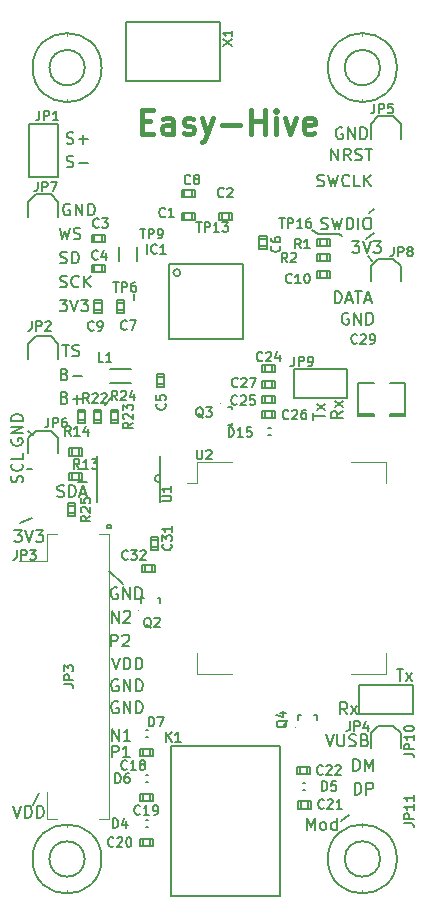
<source format=gbr>
G04 #@! TF.GenerationSoftware,KiCad,Pcbnew,5.1.8+dfsg1-1~bpo10+1*
G04 #@! TF.CreationDate,2021-01-19T23:44:53+01:00*
G04 #@! TF.ProjectId,easyhive,65617379-6869-4766-952e-6b696361645f,rev?*
G04 #@! TF.SameCoordinates,Original*
G04 #@! TF.FileFunction,Legend,Top*
G04 #@! TF.FilePolarity,Positive*
%FSLAX46Y46*%
G04 Gerber Fmt 4.6, Leading zero omitted, Abs format (unit mm)*
G04 Created by KiCad (PCBNEW 5.1.8+dfsg1-1~bpo10+1) date 2021-01-19 23:44:53*
%MOMM*%
%LPD*%
G01*
G04 APERTURE LIST*
%ADD10C,0.150000*%
%ADD11C,0.400000*%
%ADD12C,0.203200*%
%ADD13C,0.127000*%
%ADD14C,0.152400*%
%ADD15C,0.120000*%
%ADD16C,0.100000*%
%ADD17C,0.050800*%
G04 APERTURE END LIST*
D10*
X159200000Y-135300000D02*
X159835900Y-134756300D01*
X140700000Y-115200000D02*
X139529200Y-114158200D01*
X159707023Y-126252380D02*
X159373690Y-125776190D01*
X159135595Y-126252380D02*
X159135595Y-125252380D01*
X159516547Y-125252380D01*
X159611785Y-125300000D01*
X159659404Y-125347619D01*
X159707023Y-125442857D01*
X159707023Y-125585714D01*
X159659404Y-125680952D01*
X159611785Y-125728571D01*
X159516547Y-125776190D01*
X159135595Y-125776190D01*
X160040357Y-126252380D02*
X160564166Y-125585714D01*
X160040357Y-125585714D02*
X160564166Y-126252380D01*
X163892738Y-122452380D02*
X164464166Y-122452380D01*
X164178452Y-123452380D02*
X164178452Y-122452380D01*
X164702261Y-123452380D02*
X165226071Y-122785714D01*
X164702261Y-122785714D02*
X165226071Y-123452380D01*
X159352380Y-100592976D02*
X158876190Y-100926309D01*
X159352380Y-101164404D02*
X158352380Y-101164404D01*
X158352380Y-100783452D01*
X158400000Y-100688214D01*
X158447619Y-100640595D01*
X158542857Y-100592976D01*
X158685714Y-100592976D01*
X158780952Y-100640595D01*
X158828571Y-100688214D01*
X158876190Y-100783452D01*
X158876190Y-101164404D01*
X159352380Y-100259642D02*
X158685714Y-99735833D01*
X158685714Y-100259642D02*
X159352380Y-99735833D01*
X156852380Y-101307261D02*
X156852380Y-100735833D01*
X157852380Y-101021547D02*
X156852380Y-101021547D01*
X157852380Y-100497738D02*
X157185714Y-99973928D01*
X157185714Y-100497738D02*
X157852380Y-99973928D01*
X133100000Y-102600000D02*
X132700000Y-102300000D01*
X139700000Y-99500000D02*
X139200000Y-100100000D01*
X157892738Y-127952380D02*
X158226071Y-128952380D01*
X158559404Y-127952380D01*
X158892738Y-127952380D02*
X158892738Y-128761904D01*
X158940357Y-128857142D01*
X158987976Y-128904761D01*
X159083214Y-128952380D01*
X159273690Y-128952380D01*
X159368928Y-128904761D01*
X159416547Y-128857142D01*
X159464166Y-128761904D01*
X159464166Y-127952380D01*
X159892738Y-128904761D02*
X160035595Y-128952380D01*
X160273690Y-128952380D01*
X160368928Y-128904761D01*
X160416547Y-128857142D01*
X160464166Y-128761904D01*
X160464166Y-128666666D01*
X160416547Y-128571428D01*
X160368928Y-128523809D01*
X160273690Y-128476190D01*
X160083214Y-128428571D01*
X159987976Y-128380952D01*
X159940357Y-128333333D01*
X159892738Y-128238095D01*
X159892738Y-128142857D01*
X159940357Y-128047619D01*
X159987976Y-128000000D01*
X160083214Y-127952380D01*
X160321309Y-127952380D01*
X160464166Y-128000000D01*
X161226071Y-128428571D02*
X161368928Y-128476190D01*
X161416547Y-128523809D01*
X161464166Y-128619047D01*
X161464166Y-128761904D01*
X161416547Y-128857142D01*
X161368928Y-128904761D01*
X161273690Y-128952380D01*
X160892738Y-128952380D01*
X160892738Y-127952380D01*
X161226071Y-127952380D01*
X161321309Y-128000000D01*
X161368928Y-128047619D01*
X161416547Y-128142857D01*
X161416547Y-128238095D01*
X161368928Y-128333333D01*
X161321309Y-128380952D01*
X161226071Y-128428571D01*
X160892738Y-128428571D01*
X160235595Y-131052380D02*
X160235595Y-130052380D01*
X160473690Y-130052380D01*
X160616547Y-130100000D01*
X160711785Y-130195238D01*
X160759404Y-130290476D01*
X160807023Y-130480952D01*
X160807023Y-130623809D01*
X160759404Y-130814285D01*
X160711785Y-130909523D01*
X160616547Y-131004761D01*
X160473690Y-131052380D01*
X160235595Y-131052380D01*
X161235595Y-131052380D02*
X161235595Y-130052380D01*
X161568928Y-130766666D01*
X161902261Y-130052380D01*
X161902261Y-131052380D01*
X156335595Y-136052380D02*
X156335595Y-135052380D01*
X156668928Y-135766666D01*
X157002261Y-135052380D01*
X157002261Y-136052380D01*
X157621309Y-136052380D02*
X157526071Y-136004761D01*
X157478452Y-135957142D01*
X157430833Y-135861904D01*
X157430833Y-135576190D01*
X157478452Y-135480952D01*
X157526071Y-135433333D01*
X157621309Y-135385714D01*
X157764166Y-135385714D01*
X157859404Y-135433333D01*
X157907023Y-135480952D01*
X157954642Y-135576190D01*
X157954642Y-135861904D01*
X157907023Y-135957142D01*
X157859404Y-136004761D01*
X157764166Y-136052380D01*
X157621309Y-136052380D01*
X158811785Y-136052380D02*
X158811785Y-135052380D01*
X158811785Y-136004761D02*
X158716547Y-136052380D01*
X158526071Y-136052380D01*
X158430833Y-136004761D01*
X158383214Y-135957142D01*
X158335595Y-135861904D01*
X158335595Y-135576190D01*
X158383214Y-135480952D01*
X158430833Y-135433333D01*
X158526071Y-135385714D01*
X158716547Y-135385714D01*
X158811785Y-135433333D01*
X160335595Y-133052380D02*
X160335595Y-132052380D01*
X160573690Y-132052380D01*
X160716547Y-132100000D01*
X160811785Y-132195238D01*
X160859404Y-132290476D01*
X160907023Y-132480952D01*
X160907023Y-132623809D01*
X160859404Y-132814285D01*
X160811785Y-132909523D01*
X160716547Y-133004761D01*
X160573690Y-133052380D01*
X160335595Y-133052380D01*
X161335595Y-133052380D02*
X161335595Y-132052380D01*
X161716547Y-132052380D01*
X161811785Y-132100000D01*
X161859404Y-132147619D01*
X161907023Y-132242857D01*
X161907023Y-132385714D01*
X161859404Y-132480952D01*
X161811785Y-132528571D01*
X161716547Y-132576190D01*
X161335595Y-132576190D01*
X159050000Y-85600000D02*
X159250000Y-85750000D01*
X157250000Y-85600000D02*
X159000000Y-85600000D01*
X156700000Y-85250000D02*
X157250000Y-85600000D01*
X161450000Y-87450000D02*
X161850000Y-87850000D01*
X140309404Y-123350000D02*
X140214166Y-123302380D01*
X140071309Y-123302380D01*
X139928452Y-123350000D01*
X139833214Y-123445238D01*
X139785595Y-123540476D01*
X139737976Y-123730952D01*
X139737976Y-123873809D01*
X139785595Y-124064285D01*
X139833214Y-124159523D01*
X139928452Y-124254761D01*
X140071309Y-124302380D01*
X140166547Y-124302380D01*
X140309404Y-124254761D01*
X140357023Y-124207142D01*
X140357023Y-123873809D01*
X140166547Y-123873809D01*
X140785595Y-124302380D02*
X140785595Y-123302380D01*
X141357023Y-124302380D01*
X141357023Y-123302380D01*
X141833214Y-124302380D02*
X141833214Y-123302380D01*
X142071309Y-123302380D01*
X142214166Y-123350000D01*
X142309404Y-123445238D01*
X142357023Y-123540476D01*
X142404642Y-123730952D01*
X142404642Y-123873809D01*
X142357023Y-124064285D01*
X142309404Y-124159523D01*
X142214166Y-124254761D01*
X142071309Y-124302380D01*
X141833214Y-124302380D01*
X140259404Y-115550000D02*
X140164166Y-115502380D01*
X140021309Y-115502380D01*
X139878452Y-115550000D01*
X139783214Y-115645238D01*
X139735595Y-115740476D01*
X139687976Y-115930952D01*
X139687976Y-116073809D01*
X139735595Y-116264285D01*
X139783214Y-116359523D01*
X139878452Y-116454761D01*
X140021309Y-116502380D01*
X140116547Y-116502380D01*
X140259404Y-116454761D01*
X140307023Y-116407142D01*
X140307023Y-116073809D01*
X140116547Y-116073809D01*
X140735595Y-116502380D02*
X140735595Y-115502380D01*
X141307023Y-116502380D01*
X141307023Y-115502380D01*
X141783214Y-116502380D02*
X141783214Y-115502380D01*
X142021309Y-115502380D01*
X142164166Y-115550000D01*
X142259404Y-115645238D01*
X142307023Y-115740476D01*
X142354642Y-115930952D01*
X142354642Y-116073809D01*
X142307023Y-116264285D01*
X142259404Y-116359523D01*
X142164166Y-116454761D01*
X142021309Y-116502380D01*
X141783214Y-116502380D01*
X141700000Y-91200000D02*
X141650000Y-90650000D01*
X158664404Y-91452380D02*
X158664404Y-90452380D01*
X158902500Y-90452380D01*
X159045357Y-90500000D01*
X159140595Y-90595238D01*
X159188214Y-90690476D01*
X159235833Y-90880952D01*
X159235833Y-91023809D01*
X159188214Y-91214285D01*
X159140595Y-91309523D01*
X159045357Y-91404761D01*
X158902500Y-91452380D01*
X158664404Y-91452380D01*
X159616785Y-91166666D02*
X160092976Y-91166666D01*
X159521547Y-91452380D02*
X159854880Y-90452380D01*
X160188214Y-91452380D01*
X160378690Y-90452380D02*
X160950119Y-90452380D01*
X160664404Y-91452380D02*
X160664404Y-90452380D01*
X161235833Y-91166666D02*
X161712023Y-91166666D01*
X161140595Y-91452380D02*
X161473928Y-90452380D01*
X161807261Y-91452380D01*
X161350000Y-85981540D02*
X162000000Y-85500000D01*
X159816785Y-92300000D02*
X159721547Y-92252380D01*
X159578690Y-92252380D01*
X159435833Y-92300000D01*
X159340595Y-92395238D01*
X159292976Y-92490476D01*
X159245357Y-92680952D01*
X159245357Y-92823809D01*
X159292976Y-93014285D01*
X159340595Y-93109523D01*
X159435833Y-93204761D01*
X159578690Y-93252380D01*
X159673928Y-93252380D01*
X159816785Y-93204761D01*
X159864404Y-93157142D01*
X159864404Y-92823809D01*
X159673928Y-92823809D01*
X160292976Y-93252380D02*
X160292976Y-92252380D01*
X160864404Y-93252380D01*
X160864404Y-92252380D01*
X161340595Y-93252380D02*
X161340595Y-92252380D01*
X161578690Y-92252380D01*
X161721547Y-92300000D01*
X161816785Y-92395238D01*
X161864404Y-92490476D01*
X161912023Y-92680952D01*
X161912023Y-92823809D01*
X161864404Y-93014285D01*
X161816785Y-93109523D01*
X161721547Y-93204761D01*
X161578690Y-93252380D01*
X161340595Y-93252380D01*
X133000000Y-109601000D02*
X132029200Y-110058200D01*
X137769600Y-105511600D02*
X136961600Y-105529000D01*
X135971576Y-77908361D02*
X136114433Y-77955980D01*
X136352528Y-77955980D01*
X136447766Y-77908361D01*
X136495385Y-77860742D01*
X136543004Y-77765504D01*
X136543004Y-77670266D01*
X136495385Y-77575028D01*
X136447766Y-77527409D01*
X136352528Y-77479790D01*
X136162052Y-77432171D01*
X136066814Y-77384552D01*
X136019195Y-77336933D01*
X135971576Y-77241695D01*
X135971576Y-77146457D01*
X136019195Y-77051219D01*
X136066814Y-77003600D01*
X136162052Y-76955980D01*
X136400147Y-76955980D01*
X136543004Y-77003600D01*
X136971576Y-77575028D02*
X137733480Y-77575028D01*
X137352528Y-77955980D02*
X137352528Y-77194076D01*
X135971576Y-79908361D02*
X136114433Y-79955980D01*
X136352528Y-79955980D01*
X136447766Y-79908361D01*
X136495385Y-79860742D01*
X136543004Y-79765504D01*
X136543004Y-79670266D01*
X136495385Y-79575028D01*
X136447766Y-79527409D01*
X136352528Y-79479790D01*
X136162052Y-79432171D01*
X136066814Y-79384552D01*
X136019195Y-79336933D01*
X135971576Y-79241695D01*
X135971576Y-79146457D01*
X136019195Y-79051219D01*
X136066814Y-79003600D01*
X136162052Y-78955980D01*
X136400147Y-78955980D01*
X136543004Y-79003600D01*
X136971576Y-79575028D02*
X137733480Y-79575028D01*
X135368357Y-85050380D02*
X135606452Y-86050380D01*
X135796928Y-85336095D01*
X135987404Y-86050380D01*
X136225500Y-85050380D01*
X136558833Y-86002761D02*
X136701690Y-86050380D01*
X136939785Y-86050380D01*
X137035023Y-86002761D01*
X137082642Y-85955142D01*
X137130261Y-85859904D01*
X137130261Y-85764666D01*
X137082642Y-85669428D01*
X137035023Y-85621809D01*
X136939785Y-85574190D01*
X136749309Y-85526571D01*
X136654071Y-85478952D01*
X136606452Y-85431333D01*
X136558833Y-85336095D01*
X136558833Y-85240857D01*
X136606452Y-85145619D01*
X136654071Y-85098000D01*
X136749309Y-85050380D01*
X136987404Y-85050380D01*
X137130261Y-85098000D01*
X135415976Y-88034761D02*
X135558833Y-88082380D01*
X135796928Y-88082380D01*
X135892166Y-88034761D01*
X135939785Y-87987142D01*
X135987404Y-87891904D01*
X135987404Y-87796666D01*
X135939785Y-87701428D01*
X135892166Y-87653809D01*
X135796928Y-87606190D01*
X135606452Y-87558571D01*
X135511214Y-87510952D01*
X135463595Y-87463333D01*
X135415976Y-87368095D01*
X135415976Y-87272857D01*
X135463595Y-87177619D01*
X135511214Y-87130000D01*
X135606452Y-87082380D01*
X135844547Y-87082380D01*
X135987404Y-87130000D01*
X136415976Y-88082380D02*
X136415976Y-87082380D01*
X136654071Y-87082380D01*
X136796928Y-87130000D01*
X136892166Y-87225238D01*
X136939785Y-87320476D01*
X136987404Y-87510952D01*
X136987404Y-87653809D01*
X136939785Y-87844285D01*
X136892166Y-87939523D01*
X136796928Y-88034761D01*
X136654071Y-88082380D01*
X136415976Y-88082380D01*
X135415976Y-90066761D02*
X135558833Y-90114380D01*
X135796928Y-90114380D01*
X135892166Y-90066761D01*
X135939785Y-90019142D01*
X135987404Y-89923904D01*
X135987404Y-89828666D01*
X135939785Y-89733428D01*
X135892166Y-89685809D01*
X135796928Y-89638190D01*
X135606452Y-89590571D01*
X135511214Y-89542952D01*
X135463595Y-89495333D01*
X135415976Y-89400095D01*
X135415976Y-89304857D01*
X135463595Y-89209619D01*
X135511214Y-89162000D01*
X135606452Y-89114380D01*
X135844547Y-89114380D01*
X135987404Y-89162000D01*
X136987404Y-90019142D02*
X136939785Y-90066761D01*
X136796928Y-90114380D01*
X136701690Y-90114380D01*
X136558833Y-90066761D01*
X136463595Y-89971523D01*
X136415976Y-89876285D01*
X136368357Y-89685809D01*
X136368357Y-89542952D01*
X136415976Y-89352476D01*
X136463595Y-89257238D01*
X136558833Y-89162000D01*
X136701690Y-89114380D01*
X136796928Y-89114380D01*
X136939785Y-89162000D01*
X136987404Y-89209619D01*
X137415976Y-90114380D02*
X137415976Y-89114380D01*
X137987404Y-90114380D02*
X137558833Y-89542952D01*
X137987404Y-89114380D02*
X137415976Y-89685809D01*
X135592738Y-94952380D02*
X136164166Y-94952380D01*
X135878452Y-95952380D02*
X135878452Y-94952380D01*
X136449880Y-95904761D02*
X136592738Y-95952380D01*
X136830833Y-95952380D01*
X136926071Y-95904761D01*
X136973690Y-95857142D01*
X137021309Y-95761904D01*
X137021309Y-95666666D01*
X136973690Y-95571428D01*
X136926071Y-95523809D01*
X136830833Y-95476190D01*
X136640357Y-95428571D01*
X136545119Y-95380952D01*
X136497500Y-95333333D01*
X136449880Y-95238095D01*
X136449880Y-95142857D01*
X136497500Y-95047619D01*
X136545119Y-95000000D01*
X136640357Y-94952380D01*
X136878452Y-94952380D01*
X137021309Y-95000000D01*
X135796928Y-97464571D02*
X135939785Y-97512190D01*
X135987404Y-97559809D01*
X136035023Y-97655047D01*
X136035023Y-97797904D01*
X135987404Y-97893142D01*
X135939785Y-97940761D01*
X135844547Y-97988380D01*
X135463595Y-97988380D01*
X135463595Y-96988380D01*
X135796928Y-96988380D01*
X135892166Y-97036000D01*
X135939785Y-97083619D01*
X135987404Y-97178857D01*
X135987404Y-97274095D01*
X135939785Y-97369333D01*
X135892166Y-97416952D01*
X135796928Y-97464571D01*
X135463595Y-97464571D01*
X136463595Y-97607428D02*
X137225500Y-97607428D01*
X135796928Y-99432171D02*
X135939785Y-99479790D01*
X135987404Y-99527409D01*
X136035023Y-99622647D01*
X136035023Y-99765504D01*
X135987404Y-99860742D01*
X135939785Y-99908361D01*
X135844547Y-99955980D01*
X135463595Y-99955980D01*
X135463595Y-98955980D01*
X135796928Y-98955980D01*
X135892166Y-99003600D01*
X135939785Y-99051219D01*
X135987404Y-99146457D01*
X135987404Y-99241695D01*
X135939785Y-99336933D01*
X135892166Y-99384552D01*
X135796928Y-99432171D01*
X135463595Y-99432171D01*
X136463595Y-99575028D02*
X137225500Y-99575028D01*
X136844547Y-99955980D02*
X136844547Y-99194076D01*
X132204761Y-106612023D02*
X132252380Y-106469166D01*
X132252380Y-106231071D01*
X132204761Y-106135833D01*
X132157142Y-106088214D01*
X132061904Y-106040595D01*
X131966666Y-106040595D01*
X131871428Y-106088214D01*
X131823809Y-106135833D01*
X131776190Y-106231071D01*
X131728571Y-106421547D01*
X131680952Y-106516785D01*
X131633333Y-106564404D01*
X131538095Y-106612023D01*
X131442857Y-106612023D01*
X131347619Y-106564404D01*
X131300000Y-106516785D01*
X131252380Y-106421547D01*
X131252380Y-106183452D01*
X131300000Y-106040595D01*
X132157142Y-105040595D02*
X132204761Y-105088214D01*
X132252380Y-105231071D01*
X132252380Y-105326309D01*
X132204761Y-105469166D01*
X132109523Y-105564404D01*
X132014285Y-105612023D01*
X131823809Y-105659642D01*
X131680952Y-105659642D01*
X131490476Y-105612023D01*
X131395238Y-105564404D01*
X131300000Y-105469166D01*
X131252380Y-105326309D01*
X131252380Y-105231071D01*
X131300000Y-105088214D01*
X131347619Y-105040595D01*
X132252380Y-104135833D02*
X132252380Y-104612023D01*
X131252380Y-104612023D01*
X135187976Y-107804761D02*
X135330833Y-107852380D01*
X135568928Y-107852380D01*
X135664166Y-107804761D01*
X135711785Y-107757142D01*
X135759404Y-107661904D01*
X135759404Y-107566666D01*
X135711785Y-107471428D01*
X135664166Y-107423809D01*
X135568928Y-107376190D01*
X135378452Y-107328571D01*
X135283214Y-107280952D01*
X135235595Y-107233333D01*
X135187976Y-107138095D01*
X135187976Y-107042857D01*
X135235595Y-106947619D01*
X135283214Y-106900000D01*
X135378452Y-106852380D01*
X135616547Y-106852380D01*
X135759404Y-106900000D01*
X136187976Y-107852380D02*
X136187976Y-106852380D01*
X136426071Y-106852380D01*
X136568928Y-106900000D01*
X136664166Y-106995238D01*
X136711785Y-107090476D01*
X136759404Y-107280952D01*
X136759404Y-107423809D01*
X136711785Y-107614285D01*
X136664166Y-107709523D01*
X136568928Y-107804761D01*
X136426071Y-107852380D01*
X136187976Y-107852380D01*
X137140357Y-107566666D02*
X137616547Y-107566666D01*
X137045119Y-107852380D02*
X137378452Y-106852380D01*
X137711785Y-107852380D01*
X139735595Y-120502380D02*
X139735595Y-119502380D01*
X140116547Y-119502380D01*
X140211785Y-119550000D01*
X140259404Y-119597619D01*
X140307023Y-119692857D01*
X140307023Y-119835714D01*
X140259404Y-119930952D01*
X140211785Y-119978571D01*
X140116547Y-120026190D01*
X139735595Y-120026190D01*
X140687976Y-119597619D02*
X140735595Y-119550000D01*
X140830833Y-119502380D01*
X141068928Y-119502380D01*
X141164166Y-119550000D01*
X141211785Y-119597619D01*
X141259404Y-119692857D01*
X141259404Y-119788095D01*
X141211785Y-119930952D01*
X140640357Y-120502380D01*
X141259404Y-120502380D01*
X139785595Y-118502380D02*
X139785595Y-117502380D01*
X140357023Y-118502380D01*
X140357023Y-117502380D01*
X140785595Y-117597619D02*
X140833214Y-117550000D01*
X140928452Y-117502380D01*
X141166547Y-117502380D01*
X141261785Y-117550000D01*
X141309404Y-117597619D01*
X141357023Y-117692857D01*
X141357023Y-117788095D01*
X141309404Y-117930952D01*
X140737976Y-118502380D01*
X141357023Y-118502380D01*
X139785595Y-128502380D02*
X139785595Y-127502380D01*
X140357023Y-128502380D01*
X140357023Y-127502380D01*
X141357023Y-128502380D02*
X140785595Y-128502380D01*
X141071309Y-128502380D02*
X141071309Y-127502380D01*
X140976071Y-127645238D01*
X140880833Y-127740476D01*
X140785595Y-127788095D01*
X139785595Y-129902380D02*
X139785595Y-128902380D01*
X140166547Y-128902380D01*
X140261785Y-128950000D01*
X140309404Y-128997619D01*
X140357023Y-129092857D01*
X140357023Y-129235714D01*
X140309404Y-129330952D01*
X140261785Y-129378571D01*
X140166547Y-129426190D01*
X139785595Y-129426190D01*
X141309404Y-129902380D02*
X140737976Y-129902380D01*
X141023690Y-129902380D02*
X141023690Y-128902380D01*
X140928452Y-129045238D01*
X140833214Y-129140476D01*
X140737976Y-129188095D01*
X159316785Y-76600000D02*
X159221547Y-76552380D01*
X159078690Y-76552380D01*
X158935833Y-76600000D01*
X158840595Y-76695238D01*
X158792976Y-76790476D01*
X158745357Y-76980952D01*
X158745357Y-77123809D01*
X158792976Y-77314285D01*
X158840595Y-77409523D01*
X158935833Y-77504761D01*
X159078690Y-77552380D01*
X159173928Y-77552380D01*
X159316785Y-77504761D01*
X159364404Y-77457142D01*
X159364404Y-77123809D01*
X159173928Y-77123809D01*
X159792976Y-77552380D02*
X159792976Y-76552380D01*
X160364404Y-77552380D01*
X160364404Y-76552380D01*
X160840595Y-77552380D02*
X160840595Y-76552380D01*
X161078690Y-76552380D01*
X161221547Y-76600000D01*
X161316785Y-76695238D01*
X161364404Y-76790476D01*
X161412023Y-76980952D01*
X161412023Y-77123809D01*
X161364404Y-77314285D01*
X161316785Y-77409523D01*
X161221547Y-77504761D01*
X161078690Y-77552380D01*
X160840595Y-77552380D01*
X158378690Y-79352380D02*
X158378690Y-78352380D01*
X158950119Y-79352380D01*
X158950119Y-78352380D01*
X159997738Y-79352380D02*
X159664404Y-78876190D01*
X159426309Y-79352380D02*
X159426309Y-78352380D01*
X159807261Y-78352380D01*
X159902500Y-78400000D01*
X159950119Y-78447619D01*
X159997738Y-78542857D01*
X159997738Y-78685714D01*
X159950119Y-78780952D01*
X159902500Y-78828571D01*
X159807261Y-78876190D01*
X159426309Y-78876190D01*
X160378690Y-79304761D02*
X160521547Y-79352380D01*
X160759642Y-79352380D01*
X160854880Y-79304761D01*
X160902500Y-79257142D01*
X160950119Y-79161904D01*
X160950119Y-79066666D01*
X160902500Y-78971428D01*
X160854880Y-78923809D01*
X160759642Y-78876190D01*
X160569166Y-78828571D01*
X160473928Y-78780952D01*
X160426309Y-78733333D01*
X160378690Y-78638095D01*
X160378690Y-78542857D01*
X160426309Y-78447619D01*
X160473928Y-78400000D01*
X160569166Y-78352380D01*
X160807261Y-78352380D01*
X160950119Y-78400000D01*
X161235833Y-78352380D02*
X161807261Y-78352380D01*
X161521547Y-79352380D02*
X161521547Y-78352380D01*
X157188214Y-81504761D02*
X157331071Y-81552380D01*
X157569166Y-81552380D01*
X157664404Y-81504761D01*
X157712023Y-81457142D01*
X157759642Y-81361904D01*
X157759642Y-81266666D01*
X157712023Y-81171428D01*
X157664404Y-81123809D01*
X157569166Y-81076190D01*
X157378690Y-81028571D01*
X157283452Y-80980952D01*
X157235833Y-80933333D01*
X157188214Y-80838095D01*
X157188214Y-80742857D01*
X157235833Y-80647619D01*
X157283452Y-80600000D01*
X157378690Y-80552380D01*
X157616785Y-80552380D01*
X157759642Y-80600000D01*
X158092976Y-80552380D02*
X158331071Y-81552380D01*
X158521547Y-80838095D01*
X158712023Y-81552380D01*
X158950119Y-80552380D01*
X159902500Y-81457142D02*
X159854880Y-81504761D01*
X159712023Y-81552380D01*
X159616785Y-81552380D01*
X159473928Y-81504761D01*
X159378690Y-81409523D01*
X159331071Y-81314285D01*
X159283452Y-81123809D01*
X159283452Y-80980952D01*
X159331071Y-80790476D01*
X159378690Y-80695238D01*
X159473928Y-80600000D01*
X159616785Y-80552380D01*
X159712023Y-80552380D01*
X159854880Y-80600000D01*
X159902500Y-80647619D01*
X160807261Y-81552380D02*
X160331071Y-81552380D01*
X160331071Y-80552380D01*
X161140595Y-81552380D02*
X161140595Y-80552380D01*
X161712023Y-81552380D02*
X161283452Y-80980952D01*
X161712023Y-80552380D02*
X161140595Y-81123809D01*
X157523928Y-85154761D02*
X157666785Y-85202380D01*
X157904880Y-85202380D01*
X158000119Y-85154761D01*
X158047738Y-85107142D01*
X158095357Y-85011904D01*
X158095357Y-84916666D01*
X158047738Y-84821428D01*
X158000119Y-84773809D01*
X157904880Y-84726190D01*
X157714404Y-84678571D01*
X157619166Y-84630952D01*
X157571547Y-84583333D01*
X157523928Y-84488095D01*
X157523928Y-84392857D01*
X157571547Y-84297619D01*
X157619166Y-84250000D01*
X157714404Y-84202380D01*
X157952500Y-84202380D01*
X158095357Y-84250000D01*
X158428690Y-84202380D02*
X158666785Y-85202380D01*
X158857261Y-84488095D01*
X159047738Y-85202380D01*
X159285833Y-84202380D01*
X159666785Y-85202380D02*
X159666785Y-84202380D01*
X159904880Y-84202380D01*
X160047738Y-84250000D01*
X160142976Y-84345238D01*
X160190595Y-84440476D01*
X160238214Y-84630952D01*
X160238214Y-84773809D01*
X160190595Y-84964285D01*
X160142976Y-85059523D01*
X160047738Y-85154761D01*
X159904880Y-85202380D01*
X159666785Y-85202380D01*
X160666785Y-85202380D02*
X160666785Y-84202380D01*
X161333452Y-84202380D02*
X161523928Y-84202380D01*
X161619166Y-84250000D01*
X161714404Y-84345238D01*
X161762023Y-84535714D01*
X161762023Y-84869047D01*
X161714404Y-85059523D01*
X161619166Y-85154761D01*
X161523928Y-85202380D01*
X161333452Y-85202380D01*
X161238214Y-85154761D01*
X161142976Y-85059523D01*
X161095357Y-84869047D01*
X161095357Y-84535714D01*
X161142976Y-84345238D01*
X161238214Y-84250000D01*
X161333452Y-84202380D01*
X160133452Y-86202380D02*
X160752500Y-86202380D01*
X160419166Y-86583333D01*
X160562023Y-86583333D01*
X160657261Y-86630952D01*
X160704880Y-86678571D01*
X160752500Y-86773809D01*
X160752500Y-87011904D01*
X160704880Y-87107142D01*
X160657261Y-87154761D01*
X160562023Y-87202380D01*
X160276309Y-87202380D01*
X160181071Y-87154761D01*
X160133452Y-87107142D01*
X161038214Y-86202380D02*
X161371547Y-87202380D01*
X161704880Y-86202380D01*
X161942976Y-86202380D02*
X162562023Y-86202380D01*
X162228690Y-86583333D01*
X162371547Y-86583333D01*
X162466785Y-86630952D01*
X162514404Y-86678571D01*
X162562023Y-86773809D01*
X162562023Y-87011904D01*
X162514404Y-87107142D01*
X162466785Y-87154761D01*
X162371547Y-87202380D01*
X162085833Y-87202380D01*
X161990595Y-87154761D01*
X161942976Y-87107142D01*
X137718800Y-106553000D02*
X136917300Y-106553000D01*
X133000000Y-105500000D02*
X132600000Y-105500000D01*
X161600000Y-83800000D02*
X162001100Y-83503600D01*
X136241404Y-83066000D02*
X136146166Y-83018380D01*
X136003309Y-83018380D01*
X135860452Y-83066000D01*
X135765214Y-83161238D01*
X135717595Y-83256476D01*
X135669976Y-83446952D01*
X135669976Y-83589809D01*
X135717595Y-83780285D01*
X135765214Y-83875523D01*
X135860452Y-83970761D01*
X136003309Y-84018380D01*
X136098547Y-84018380D01*
X136241404Y-83970761D01*
X136289023Y-83923142D01*
X136289023Y-83589809D01*
X136098547Y-83589809D01*
X136717595Y-84018380D02*
X136717595Y-83018380D01*
X137289023Y-84018380D01*
X137289023Y-83018380D01*
X137765214Y-84018380D02*
X137765214Y-83018380D01*
X138003309Y-83018380D01*
X138146166Y-83066000D01*
X138241404Y-83161238D01*
X138289023Y-83256476D01*
X138336642Y-83446952D01*
X138336642Y-83589809D01*
X138289023Y-83780285D01*
X138241404Y-83875523D01*
X138146166Y-83970761D01*
X138003309Y-84018380D01*
X137765214Y-84018380D01*
X131300000Y-102940595D02*
X131252380Y-103035833D01*
X131252380Y-103178690D01*
X131300000Y-103321547D01*
X131395238Y-103416785D01*
X131490476Y-103464404D01*
X131680952Y-103512023D01*
X131823809Y-103512023D01*
X132014285Y-103464404D01*
X132109523Y-103416785D01*
X132204761Y-103321547D01*
X132252380Y-103178690D01*
X132252380Y-103083452D01*
X132204761Y-102940595D01*
X132157142Y-102892976D01*
X131823809Y-102892976D01*
X131823809Y-103083452D01*
X132252380Y-102464404D02*
X131252380Y-102464404D01*
X132252380Y-101892976D01*
X131252380Y-101892976D01*
X132252380Y-101416785D02*
X131252380Y-101416785D01*
X131252380Y-101178690D01*
X131300000Y-101035833D01*
X131395238Y-100940595D01*
X131490476Y-100892976D01*
X131680952Y-100845357D01*
X131823809Y-100845357D01*
X132014285Y-100892976D01*
X132109523Y-100940595D01*
X132204761Y-101035833D01*
X132252380Y-101178690D01*
X132252380Y-101416785D01*
X140309404Y-125200000D02*
X140214166Y-125152380D01*
X140071309Y-125152380D01*
X139928452Y-125200000D01*
X139833214Y-125295238D01*
X139785595Y-125390476D01*
X139737976Y-125580952D01*
X139737976Y-125723809D01*
X139785595Y-125914285D01*
X139833214Y-126009523D01*
X139928452Y-126104761D01*
X140071309Y-126152380D01*
X140166547Y-126152380D01*
X140309404Y-126104761D01*
X140357023Y-126057142D01*
X140357023Y-125723809D01*
X140166547Y-125723809D01*
X140785595Y-126152380D02*
X140785595Y-125152380D01*
X141357023Y-126152380D01*
X141357023Y-125152380D01*
X141833214Y-126152380D02*
X141833214Y-125152380D01*
X142071309Y-125152380D01*
X142214166Y-125200000D01*
X142309404Y-125295238D01*
X142357023Y-125390476D01*
X142404642Y-125580952D01*
X142404642Y-125723809D01*
X142357023Y-125914285D01*
X142309404Y-126009523D01*
X142214166Y-126104761D01*
X142071309Y-126152380D01*
X141833214Y-126152380D01*
X139792738Y-121452380D02*
X140126071Y-122452380D01*
X140459404Y-121452380D01*
X140792738Y-122452380D02*
X140792738Y-121452380D01*
X141030833Y-121452380D01*
X141173690Y-121500000D01*
X141268928Y-121595238D01*
X141316547Y-121690476D01*
X141364166Y-121880952D01*
X141364166Y-122023809D01*
X141316547Y-122214285D01*
X141268928Y-122309523D01*
X141173690Y-122404761D01*
X141030833Y-122452380D01*
X140792738Y-122452380D01*
X141792738Y-122452380D02*
X141792738Y-121452380D01*
X142030833Y-121452380D01*
X142173690Y-121500000D01*
X142268928Y-121595238D01*
X142316547Y-121690476D01*
X142364166Y-121880952D01*
X142364166Y-122023809D01*
X142316547Y-122214285D01*
X142268928Y-122309523D01*
X142173690Y-122404761D01*
X142030833Y-122452380D01*
X141792738Y-122452380D01*
X131442738Y-134002380D02*
X131776071Y-135002380D01*
X132109404Y-134002380D01*
X132442738Y-135002380D02*
X132442738Y-134002380D01*
X132680833Y-134002380D01*
X132823690Y-134050000D01*
X132918928Y-134145238D01*
X132966547Y-134240476D01*
X133014166Y-134430952D01*
X133014166Y-134573809D01*
X132966547Y-134764285D01*
X132918928Y-134859523D01*
X132823690Y-134954761D01*
X132680833Y-135002380D01*
X132442738Y-135002380D01*
X133442738Y-135002380D02*
X133442738Y-134002380D01*
X133680833Y-134002380D01*
X133823690Y-134050000D01*
X133918928Y-134145238D01*
X133966547Y-134240476D01*
X134014166Y-134430952D01*
X134014166Y-134573809D01*
X133966547Y-134764285D01*
X133918928Y-134859523D01*
X133823690Y-134954761D01*
X133680833Y-135002380D01*
X133442738Y-135002380D01*
X135368357Y-91146380D02*
X135987404Y-91146380D01*
X135654071Y-91527333D01*
X135796928Y-91527333D01*
X135892166Y-91574952D01*
X135939785Y-91622571D01*
X135987404Y-91717809D01*
X135987404Y-91955904D01*
X135939785Y-92051142D01*
X135892166Y-92098761D01*
X135796928Y-92146380D01*
X135511214Y-92146380D01*
X135415976Y-92098761D01*
X135368357Y-92051142D01*
X136273119Y-91146380D02*
X136606452Y-92146380D01*
X136939785Y-91146380D01*
X137177880Y-91146380D02*
X137796928Y-91146380D01*
X137463595Y-91527333D01*
X137606452Y-91527333D01*
X137701690Y-91574952D01*
X137749309Y-91622571D01*
X137796928Y-91717809D01*
X137796928Y-91955904D01*
X137749309Y-92051142D01*
X137701690Y-92098761D01*
X137606452Y-92146380D01*
X137320738Y-92146380D01*
X137225500Y-92098761D01*
X137177880Y-92051142D01*
X131540357Y-110652380D02*
X132159404Y-110652380D01*
X131826071Y-111033333D01*
X131968928Y-111033333D01*
X132064166Y-111080952D01*
X132111785Y-111128571D01*
X132159404Y-111223809D01*
X132159404Y-111461904D01*
X132111785Y-111557142D01*
X132064166Y-111604761D01*
X131968928Y-111652380D01*
X131683214Y-111652380D01*
X131587976Y-111604761D01*
X131540357Y-111557142D01*
X132445119Y-110652380D02*
X132778452Y-111652380D01*
X133111785Y-110652380D01*
X133349880Y-110652380D02*
X133968928Y-110652380D01*
X133635595Y-111033333D01*
X133778452Y-111033333D01*
X133873690Y-111080952D01*
X133921309Y-111128571D01*
X133968928Y-111223809D01*
X133968928Y-111461904D01*
X133921309Y-111557142D01*
X133873690Y-111604761D01*
X133778452Y-111652380D01*
X133492738Y-111652380D01*
X133397500Y-111604761D01*
X133349880Y-111557142D01*
X133150000Y-133950000D02*
X133635900Y-132956300D01*
D11*
X142336190Y-76057142D02*
X143002857Y-76057142D01*
X143288571Y-77104761D02*
X142336190Y-77104761D01*
X142336190Y-75104761D01*
X143288571Y-75104761D01*
X145002857Y-77104761D02*
X145002857Y-76057142D01*
X144907619Y-75866666D01*
X144717142Y-75771428D01*
X144336190Y-75771428D01*
X144145714Y-75866666D01*
X145002857Y-77009523D02*
X144812380Y-77104761D01*
X144336190Y-77104761D01*
X144145714Y-77009523D01*
X144050476Y-76819047D01*
X144050476Y-76628571D01*
X144145714Y-76438095D01*
X144336190Y-76342857D01*
X144812380Y-76342857D01*
X145002857Y-76247619D01*
X145860000Y-77009523D02*
X146050476Y-77104761D01*
X146431428Y-77104761D01*
X146621904Y-77009523D01*
X146717142Y-76819047D01*
X146717142Y-76723809D01*
X146621904Y-76533333D01*
X146431428Y-76438095D01*
X146145714Y-76438095D01*
X145955238Y-76342857D01*
X145860000Y-76152380D01*
X145860000Y-76057142D01*
X145955238Y-75866666D01*
X146145714Y-75771428D01*
X146431428Y-75771428D01*
X146621904Y-75866666D01*
X147383809Y-75771428D02*
X147860000Y-77104761D01*
X148336190Y-75771428D02*
X147860000Y-77104761D01*
X147669523Y-77580952D01*
X147574285Y-77676190D01*
X147383809Y-77771428D01*
X149098095Y-76342857D02*
X150621904Y-76342857D01*
X151574285Y-77104761D02*
X151574285Y-75104761D01*
X151574285Y-76057142D02*
X152717142Y-76057142D01*
X152717142Y-77104761D02*
X152717142Y-75104761D01*
X153669523Y-77104761D02*
X153669523Y-75771428D01*
X153669523Y-75104761D02*
X153574285Y-75200000D01*
X153669523Y-75295238D01*
X153764761Y-75200000D01*
X153669523Y-75104761D01*
X153669523Y-75295238D01*
X154431428Y-75771428D02*
X154907619Y-77104761D01*
X155383809Y-75771428D01*
X156907619Y-77009523D02*
X156717142Y-77104761D01*
X156336190Y-77104761D01*
X156145714Y-77009523D01*
X156050476Y-76819047D01*
X156050476Y-76057142D01*
X156145714Y-75866666D01*
X156336190Y-75771428D01*
X156717142Y-75771428D01*
X156907619Y-75866666D01*
X157002857Y-76057142D01*
X157002857Y-76247619D01*
X156050476Y-76438095D01*
D12*
X161730000Y-129135000D02*
X161730000Y-127865000D01*
X162365000Y-127230000D02*
X161730000Y-127865000D01*
X164270000Y-127865000D02*
X163635000Y-127230000D01*
X163635000Y-127230000D02*
X162365000Y-127230000D01*
X164270000Y-127865000D02*
X164270000Y-129135000D01*
D13*
X155200000Y-97000000D02*
X159700000Y-97000000D01*
X159700000Y-97000000D02*
X159700000Y-99500000D01*
X159700000Y-99500000D02*
X155200000Y-99500000D01*
X155200000Y-99500000D02*
X155200000Y-97000000D01*
D14*
X139740499Y-110205999D02*
X139740499Y-110459999D01*
X139359499Y-110205999D02*
X139740499Y-110205999D01*
X139359499Y-110459999D02*
X139359499Y-110205999D01*
X139740499Y-110459999D02*
X139359499Y-110459999D01*
X143854700Y-108246998D02*
X143854700Y-104353002D01*
X138495300Y-104353002D02*
X138495300Y-108246998D01*
X143727700Y-105995200D02*
G75*
G03*
X143727700Y-106604800I0J-304800D01*
G01*
D15*
X146160000Y-106640000D02*
X146990000Y-106640000D01*
X146990000Y-104890000D02*
X146990000Y-106640000D01*
X163010000Y-104890000D02*
X163010000Y-106640000D01*
X160010000Y-104890000D02*
X163010000Y-104890000D01*
X163010000Y-121060000D02*
X163010000Y-122810000D01*
X160010000Y-122810000D02*
X163010000Y-122810000D01*
X146990000Y-122810000D02*
X149990000Y-122810000D01*
X146990000Y-121060000D02*
X146990000Y-122810000D01*
X146990000Y-104890000D02*
X149990000Y-104890000D01*
D13*
X165250000Y-123750000D02*
X165250000Y-126250000D01*
X160750000Y-123750000D02*
X165250000Y-123750000D01*
X160750000Y-126250000D02*
X160750000Y-123750000D01*
X165250000Y-126250000D02*
X160750000Y-126250000D01*
X153250000Y-102000000D02*
X153050000Y-102000000D01*
X153250000Y-102600000D02*
X153050000Y-102600000D01*
X155700000Y-130700000D02*
X155700000Y-131300000D01*
X156300000Y-130700000D02*
X156300000Y-131300000D01*
X155700000Y-130700000D02*
X155450000Y-130700000D01*
X156300000Y-130700000D02*
X155700000Y-130700000D01*
X156550000Y-130700000D02*
X156300000Y-130700000D01*
X155700000Y-131300000D02*
X155450000Y-131300000D01*
X156300000Y-131300000D02*
X155700000Y-131300000D01*
X156550000Y-131300000D02*
X156300000Y-131300000D01*
X155450000Y-130700000D02*
X155450000Y-131300000D01*
X156550000Y-130700000D02*
X156550000Y-131300000D01*
D16*
X155322001Y-127396999D02*
G75*
G03*
X155322001Y-127396999I-50000J0D01*
G01*
D10*
X155549999Y-126762601D02*
X155549999Y-126350001D01*
X157150001Y-126762601D02*
X157150001Y-126350001D01*
X155772000Y-126349998D02*
X155549999Y-126349998D01*
X157150001Y-126349998D02*
X156928000Y-126349998D01*
D13*
X148971100Y-67637600D02*
X148971100Y-72637600D01*
X148971100Y-72637600D02*
X140971100Y-72637600D01*
X140971100Y-72637600D02*
X140971100Y-67637600D01*
X140971100Y-67637600D02*
X148971100Y-67637600D01*
D16*
X149003001Y-99922001D02*
G75*
G03*
X149003001Y-99922001I-50000J0D01*
G01*
D10*
X149587399Y-100199999D02*
X149999999Y-100199999D01*
X149587399Y-101800001D02*
X149999999Y-101800001D01*
X150000002Y-100422000D02*
X150000002Y-100199999D01*
X150000002Y-101800001D02*
X150000002Y-101578000D01*
D16*
X142072001Y-117446999D02*
G75*
G03*
X142072001Y-117446999I-50000J0D01*
G01*
D10*
X142299999Y-116812601D02*
X142299999Y-116400001D01*
X143900001Y-116812601D02*
X143900001Y-116400001D01*
X142522000Y-116399998D02*
X142299999Y-116399998D01*
X143900001Y-116399998D02*
X143678000Y-116399998D01*
D12*
X164270000Y-88328000D02*
X164270000Y-89598000D01*
X163635000Y-87693000D02*
X162365000Y-87693000D01*
X164270000Y-88328000D02*
X163635000Y-87693000D01*
X162365000Y-87693000D02*
X161730000Y-88328000D01*
X161730000Y-89598000D02*
X161730000Y-88328000D01*
X132731100Y-104138600D02*
X132731100Y-102868600D01*
X133366100Y-102233600D02*
X132731100Y-102868600D01*
X135271100Y-102868600D02*
X134636100Y-102233600D01*
X134636100Y-102233600D02*
X133366100Y-102233600D01*
X135271100Y-102868600D02*
X135271100Y-104138600D01*
X132731100Y-96138600D02*
X132731100Y-94868600D01*
X133366100Y-94233600D02*
X132731100Y-94868600D01*
X135271100Y-94868600D02*
X134636100Y-94233600D01*
X134636100Y-94233600D02*
X133366100Y-94233600D01*
X135271100Y-94868600D02*
X135271100Y-96138600D01*
X132731100Y-84138600D02*
X132731100Y-82868600D01*
X133366100Y-82233600D02*
X132731100Y-82868600D01*
X135271100Y-82868600D02*
X134636100Y-82233600D01*
X134636100Y-82233600D02*
X133366100Y-82233600D01*
X135271100Y-82868600D02*
X135271100Y-84138600D01*
X161731100Y-77538600D02*
X161731100Y-76268600D01*
X162366100Y-75633600D02*
X161731100Y-76268600D01*
X164271100Y-76268600D02*
X163636100Y-75633600D01*
X163636100Y-75633600D02*
X162366100Y-75633600D01*
X164271100Y-76268600D02*
X164271100Y-77538600D01*
D13*
X135251100Y-80753600D02*
X132751100Y-80753600D01*
X135251100Y-76253600D02*
X135251100Y-80753600D01*
X132751100Y-76253600D02*
X135251100Y-76253600D01*
X132751100Y-80753600D02*
X132751100Y-76253600D01*
X136100000Y-108400000D02*
X136700000Y-108400000D01*
X136100000Y-109500000D02*
X136700000Y-109500000D01*
X136700000Y-108400000D02*
X136700000Y-108650000D01*
X136700000Y-108650000D02*
X136700000Y-109250000D01*
X136700000Y-109250000D02*
X136700000Y-109500000D01*
X136100000Y-108400000D02*
X136100000Y-108650000D01*
X136100000Y-108650000D02*
X136100000Y-109250000D01*
X136100000Y-109250000D02*
X136100000Y-109500000D01*
X136100000Y-108650000D02*
X136700000Y-108650000D01*
X136100000Y-109250000D02*
X136700000Y-109250000D01*
X138300000Y-100450000D02*
X138900000Y-100450000D01*
X138300000Y-101550000D02*
X138900000Y-101550000D01*
X138900000Y-100450000D02*
X138900000Y-100700000D01*
X138900000Y-100700000D02*
X138900000Y-101300000D01*
X138900000Y-101300000D02*
X138900000Y-101550000D01*
X138300000Y-100450000D02*
X138300000Y-100700000D01*
X138300000Y-100700000D02*
X138300000Y-101300000D01*
X138300000Y-101300000D02*
X138300000Y-101550000D01*
X138300000Y-100700000D02*
X138900000Y-100700000D01*
X138300000Y-101300000D02*
X138900000Y-101300000D01*
X139700000Y-100450000D02*
X140300000Y-100450000D01*
X139700000Y-101550000D02*
X140300000Y-101550000D01*
X140300000Y-100450000D02*
X140300000Y-100700000D01*
X140300000Y-100700000D02*
X140300000Y-101300000D01*
X140300000Y-101300000D02*
X140300000Y-101550000D01*
X139700000Y-100450000D02*
X139700000Y-100700000D01*
X139700000Y-100700000D02*
X139700000Y-101300000D01*
X139700000Y-101300000D02*
X139700000Y-101550000D01*
X139700000Y-100700000D02*
X140300000Y-100700000D01*
X139700000Y-101300000D02*
X140300000Y-101300000D01*
X136900000Y-100450000D02*
X137500000Y-100450000D01*
X136900000Y-101550000D02*
X137500000Y-101550000D01*
X137500000Y-100450000D02*
X137500000Y-100700000D01*
X137500000Y-100700000D02*
X137500000Y-101300000D01*
X137500000Y-101300000D02*
X137500000Y-101550000D01*
X136900000Y-100450000D02*
X136900000Y-100700000D01*
X136900000Y-100700000D02*
X136900000Y-101300000D01*
X136900000Y-101300000D02*
X136900000Y-101550000D01*
X136900000Y-100700000D02*
X137500000Y-100700000D01*
X136900000Y-101300000D02*
X137500000Y-101300000D01*
X136150000Y-104350000D02*
X136150000Y-103750000D01*
X137250000Y-104350000D02*
X137250000Y-103750000D01*
X136150000Y-103750000D02*
X136400000Y-103750000D01*
X136400000Y-103750000D02*
X137000000Y-103750000D01*
X137000000Y-103750000D02*
X137250000Y-103750000D01*
X136150000Y-104350000D02*
X136400000Y-104350000D01*
X136400000Y-104350000D02*
X137000000Y-104350000D01*
X137000000Y-104350000D02*
X137250000Y-104350000D01*
X136400000Y-104350000D02*
X136400000Y-103750000D01*
X137000000Y-104350000D02*
X137000000Y-103750000D01*
X136200000Y-106400000D02*
X136200000Y-105800000D01*
X137300000Y-106400000D02*
X137300000Y-105800000D01*
X136200000Y-105800000D02*
X136450000Y-105800000D01*
X136450000Y-105800000D02*
X137050000Y-105800000D01*
X137050000Y-105800000D02*
X137300000Y-105800000D01*
X136200000Y-106400000D02*
X136450000Y-106400000D01*
X136450000Y-106400000D02*
X137050000Y-106400000D01*
X137050000Y-106400000D02*
X137300000Y-106400000D01*
X136450000Y-106400000D02*
X136450000Y-105800000D01*
X137050000Y-106400000D02*
X137050000Y-105800000D01*
X157150000Y-87870000D02*
X157150000Y-87270000D01*
X158250000Y-87870000D02*
X158250000Y-87270000D01*
X157150000Y-87270000D02*
X157400000Y-87270000D01*
X157400000Y-87270000D02*
X158000000Y-87270000D01*
X158000000Y-87270000D02*
X158250000Y-87270000D01*
X157150000Y-87870000D02*
X157400000Y-87870000D01*
X157400000Y-87870000D02*
X158000000Y-87870000D01*
X158000000Y-87870000D02*
X158250000Y-87870000D01*
X157400000Y-87870000D02*
X157400000Y-87270000D01*
X158000000Y-87870000D02*
X158000000Y-87270000D01*
X158250000Y-85990000D02*
X158250000Y-86590000D01*
X157150000Y-85990000D02*
X157150000Y-86590000D01*
X158250000Y-86590000D02*
X158000000Y-86590000D01*
X158000000Y-86590000D02*
X157400000Y-86590000D01*
X157400000Y-86590000D02*
X157150000Y-86590000D01*
X158250000Y-85990000D02*
X158000000Y-85990000D01*
X158000000Y-85990000D02*
X157400000Y-85990000D01*
X157400000Y-85990000D02*
X157150000Y-85990000D01*
X158000000Y-85990000D02*
X158000000Y-86590000D01*
X157400000Y-85990000D02*
X157400000Y-86590000D01*
X141911100Y-86658600D02*
X141911100Y-87858600D01*
X140411100Y-86658600D02*
X140411100Y-87858600D01*
D12*
X139650000Y-98200000D02*
X141450000Y-98200000D01*
X141450000Y-97000000D02*
X139650000Y-97000000D01*
D13*
X144766100Y-128958600D02*
X154066100Y-128958600D01*
X154066100Y-128958600D02*
X154066100Y-141668600D01*
X154066100Y-141668600D02*
X144766100Y-141668600D01*
X144766100Y-141668600D02*
X144766100Y-128958600D01*
X163350000Y-100825000D02*
X164650000Y-100825000D01*
X164650000Y-100825000D02*
X164650000Y-98225000D01*
X160650000Y-98225000D02*
X160650000Y-100825000D01*
X160650000Y-100825000D02*
X161950000Y-100825000D01*
X163350000Y-98225000D02*
X164650000Y-98225000D01*
X160650000Y-98225000D02*
X161950000Y-98225000D01*
X163350000Y-100925000D02*
X164650000Y-100925000D01*
X160650000Y-100925000D02*
X161950000Y-100925000D01*
X163350000Y-101025000D02*
X164650000Y-101025000D01*
X160650000Y-101025000D02*
X161950000Y-101025000D01*
X164650000Y-101025000D02*
X164650000Y-100825000D01*
X163350000Y-101025000D02*
X163350000Y-100825000D01*
X161950000Y-101025000D02*
X161950000Y-100825000D01*
X160650000Y-101025000D02*
X160650000Y-100825000D01*
X150896100Y-88168600D02*
X150896100Y-94468600D01*
X150896100Y-94468600D02*
X144596100Y-94468600D01*
X144596100Y-94468600D02*
X144596100Y-88168600D01*
X144596100Y-88168600D02*
X150896100Y-88168600D01*
X145596100Y-88868600D02*
G75*
G03*
X145596100Y-88868600I-300000J0D01*
G01*
D17*
X161001100Y-135582600D02*
X161001100Y-135836600D01*
X161001100Y-141170600D02*
X161001100Y-141424600D01*
D14*
X163922100Y-138503600D02*
G75*
G03*
X163922100Y-138503600I-2921000J0D01*
G01*
D12*
X162501100Y-138503600D02*
G75*
G03*
X162501100Y-138503600I-1500000J0D01*
G01*
D17*
X161001100Y-68582600D02*
X161001100Y-68836600D01*
X161001100Y-74170600D02*
X161001100Y-74424600D01*
D14*
X163922100Y-71503600D02*
G75*
G03*
X163922100Y-71503600I-2921000J0D01*
G01*
D12*
X162501100Y-71503600D02*
G75*
G03*
X162501100Y-71503600I-1500000J0D01*
G01*
D17*
X136001100Y-68582600D02*
X136001100Y-68836600D01*
X136001100Y-74170600D02*
X136001100Y-74424600D01*
D14*
X138922100Y-71503600D02*
G75*
G03*
X138922100Y-71503600I-2921000J0D01*
G01*
D12*
X137501100Y-71503600D02*
G75*
G03*
X137501100Y-71503600I-1500000J0D01*
G01*
D17*
X135991600Y-135585200D02*
X135991600Y-135839200D01*
X135991600Y-141173200D02*
X135991600Y-141427200D01*
D14*
X138912600Y-138506200D02*
G75*
G03*
X138912600Y-138506200I-2921000J0D01*
G01*
D12*
X137491600Y-138506200D02*
G75*
G03*
X137491600Y-138506200I-1500000J0D01*
G01*
D13*
X142848600Y-128198600D02*
X142648600Y-128198600D01*
X142848600Y-127598600D02*
X142648600Y-127598600D01*
X142848600Y-132008600D02*
X142648600Y-132008600D01*
X142848600Y-131408600D02*
X142648600Y-131408600D01*
X155983600Y-132043600D02*
X156183600Y-132043600D01*
X155983600Y-132643600D02*
X156183600Y-132643600D01*
X142848600Y-135818600D02*
X142648600Y-135818600D01*
X142848600Y-135218600D02*
X142648600Y-135218600D01*
X143450000Y-113600000D02*
X143450000Y-114200000D01*
X142350000Y-113600000D02*
X142350000Y-114200000D01*
X143450000Y-114200000D02*
X143200000Y-114200000D01*
X143200000Y-114200000D02*
X142600000Y-114200000D01*
X142600000Y-114200000D02*
X142350000Y-114200000D01*
X143450000Y-113600000D02*
X143200000Y-113600000D01*
X143200000Y-113600000D02*
X142600000Y-113600000D01*
X142600000Y-113600000D02*
X142350000Y-113600000D01*
X143200000Y-113600000D02*
X143200000Y-114200000D01*
X142600000Y-113600000D02*
X142600000Y-114200000D01*
X143700000Y-112350000D02*
X143100000Y-112350000D01*
X143700000Y-111250000D02*
X143100000Y-111250000D01*
X143100000Y-112350000D02*
X143100000Y-112100000D01*
X143100000Y-112100000D02*
X143100000Y-111500000D01*
X143100000Y-111500000D02*
X143100000Y-111250000D01*
X143700000Y-112350000D02*
X143700000Y-112100000D01*
X143700000Y-112100000D02*
X143700000Y-111500000D01*
X143700000Y-111500000D02*
X143700000Y-111250000D01*
X143700000Y-112100000D02*
X143100000Y-112100000D01*
X143700000Y-111500000D02*
X143100000Y-111500000D01*
X152500000Y-98600000D02*
X152500000Y-98000000D01*
X153600000Y-98600000D02*
X153600000Y-98000000D01*
X152500000Y-98000000D02*
X152750000Y-98000000D01*
X152750000Y-98000000D02*
X153350000Y-98000000D01*
X153350000Y-98000000D02*
X153600000Y-98000000D01*
X152500000Y-98600000D02*
X152750000Y-98600000D01*
X152750000Y-98600000D02*
X153350000Y-98600000D01*
X153350000Y-98600000D02*
X153600000Y-98600000D01*
X152750000Y-98600000D02*
X152750000Y-98000000D01*
X153350000Y-98600000D02*
X153350000Y-98000000D01*
X152500000Y-101200000D02*
X152500000Y-100600000D01*
X153600000Y-101200000D02*
X153600000Y-100600000D01*
X152500000Y-100600000D02*
X152750000Y-100600000D01*
X152750000Y-100600000D02*
X153350000Y-100600000D01*
X153350000Y-100600000D02*
X153600000Y-100600000D01*
X152500000Y-101200000D02*
X152750000Y-101200000D01*
X152750000Y-101200000D02*
X153350000Y-101200000D01*
X153350000Y-101200000D02*
X153600000Y-101200000D01*
X152750000Y-101200000D02*
X152750000Y-100600000D01*
X153350000Y-101200000D02*
X153350000Y-100600000D01*
X152500000Y-99900000D02*
X152500000Y-99300000D01*
X153600000Y-99900000D02*
X153600000Y-99300000D01*
X152500000Y-99300000D02*
X152750000Y-99300000D01*
X152750000Y-99300000D02*
X153350000Y-99300000D01*
X153350000Y-99300000D02*
X153600000Y-99300000D01*
X152500000Y-99900000D02*
X152750000Y-99900000D01*
X152750000Y-99900000D02*
X153350000Y-99900000D01*
X153350000Y-99900000D02*
X153600000Y-99900000D01*
X152750000Y-99900000D02*
X152750000Y-99300000D01*
X153350000Y-99900000D02*
X153350000Y-99300000D01*
X152500000Y-97300000D02*
X152500000Y-96700000D01*
X153600000Y-97300000D02*
X153600000Y-96700000D01*
X152500000Y-96700000D02*
X152750000Y-96700000D01*
X152750000Y-96700000D02*
X153350000Y-96700000D01*
X153350000Y-96700000D02*
X153600000Y-96700000D01*
X152500000Y-97300000D02*
X152750000Y-97300000D01*
X152750000Y-97300000D02*
X153350000Y-97300000D01*
X153350000Y-97300000D02*
X153600000Y-97300000D01*
X152750000Y-97300000D02*
X152750000Y-96700000D01*
X153350000Y-97300000D02*
X153350000Y-96700000D01*
X155533600Y-134231100D02*
X155533600Y-133631100D01*
X156633600Y-134231100D02*
X156633600Y-133631100D01*
X155533600Y-133631100D02*
X155783600Y-133631100D01*
X155783600Y-133631100D02*
X156383600Y-133631100D01*
X156383600Y-133631100D02*
X156633600Y-133631100D01*
X155533600Y-134231100D02*
X155783600Y-134231100D01*
X155783600Y-134231100D02*
X156383600Y-134231100D01*
X156383600Y-134231100D02*
X156633600Y-134231100D01*
X155783600Y-134231100D02*
X155783600Y-133631100D01*
X156383600Y-134231100D02*
X156383600Y-133631100D01*
X143298600Y-136806100D02*
X143298600Y-137406100D01*
X142198600Y-136806100D02*
X142198600Y-137406100D01*
X143298600Y-137406100D02*
X143048600Y-137406100D01*
X143048600Y-137406100D02*
X142448600Y-137406100D01*
X142448600Y-137406100D02*
X142198600Y-137406100D01*
X143298600Y-136806100D02*
X143048600Y-136806100D01*
X143048600Y-136806100D02*
X142448600Y-136806100D01*
X142448600Y-136806100D02*
X142198600Y-136806100D01*
X143048600Y-136806100D02*
X143048600Y-137406100D01*
X142448600Y-136806100D02*
X142448600Y-137406100D01*
X143298600Y-132996100D02*
X143298600Y-133596100D01*
X142198600Y-132996100D02*
X142198600Y-133596100D01*
X143298600Y-133596100D02*
X143048600Y-133596100D01*
X143048600Y-133596100D02*
X142448600Y-133596100D01*
X142448600Y-133596100D02*
X142198600Y-133596100D01*
X143298600Y-132996100D02*
X143048600Y-132996100D01*
X143048600Y-132996100D02*
X142448600Y-132996100D01*
X142448600Y-132996100D02*
X142198600Y-132996100D01*
X143048600Y-132996100D02*
X143048600Y-133596100D01*
X142448600Y-132996100D02*
X142448600Y-133596100D01*
X143298600Y-129186100D02*
X143298600Y-129786100D01*
X142198600Y-129186100D02*
X142198600Y-129786100D01*
X143298600Y-129786100D02*
X143048600Y-129786100D01*
X143048600Y-129786100D02*
X142448600Y-129786100D01*
X142448600Y-129786100D02*
X142198600Y-129786100D01*
X143298600Y-129186100D02*
X143048600Y-129186100D01*
X143048600Y-129186100D02*
X142448600Y-129186100D01*
X142448600Y-129186100D02*
X142198600Y-129186100D01*
X143048600Y-129186100D02*
X143048600Y-129786100D01*
X142448600Y-129186100D02*
X142448600Y-129786100D01*
X158240000Y-88730000D02*
X158240000Y-89330000D01*
X157140000Y-88730000D02*
X157140000Y-89330000D01*
X158240000Y-89330000D02*
X157990000Y-89330000D01*
X157990000Y-89330000D02*
X157390000Y-89330000D01*
X157390000Y-89330000D02*
X157140000Y-89330000D01*
X158240000Y-88730000D02*
X157990000Y-88730000D01*
X157990000Y-88730000D02*
X157390000Y-88730000D01*
X157390000Y-88730000D02*
X157140000Y-88730000D01*
X157990000Y-88730000D02*
X157990000Y-89330000D01*
X157390000Y-88730000D02*
X157390000Y-89330000D01*
X138321100Y-91153600D02*
X138921100Y-91153600D01*
X138321100Y-92253600D02*
X138921100Y-92253600D01*
X138921100Y-91153600D02*
X138921100Y-91403600D01*
X138921100Y-91403600D02*
X138921100Y-92003600D01*
X138921100Y-92003600D02*
X138921100Y-92253600D01*
X138321100Y-91153600D02*
X138321100Y-91403600D01*
X138321100Y-91403600D02*
X138321100Y-92003600D01*
X138321100Y-92003600D02*
X138321100Y-92253600D01*
X138321100Y-91403600D02*
X138921100Y-91403600D01*
X138321100Y-92003600D02*
X138921100Y-92003600D01*
X146791100Y-81878600D02*
X146791100Y-82478600D01*
X145691100Y-81878600D02*
X145691100Y-82478600D01*
X146791100Y-82478600D02*
X146541100Y-82478600D01*
X146541100Y-82478600D02*
X145941100Y-82478600D01*
X145941100Y-82478600D02*
X145691100Y-82478600D01*
X146791100Y-81878600D02*
X146541100Y-81878600D01*
X146541100Y-81878600D02*
X145941100Y-81878600D01*
X145941100Y-81878600D02*
X145691100Y-81878600D01*
X146541100Y-81878600D02*
X146541100Y-82478600D01*
X145941100Y-81878600D02*
X145941100Y-82478600D01*
X140226100Y-91153600D02*
X140826100Y-91153600D01*
X140226100Y-92253600D02*
X140826100Y-92253600D01*
X140826100Y-91153600D02*
X140826100Y-91403600D01*
X140826100Y-91403600D02*
X140826100Y-92003600D01*
X140826100Y-92003600D02*
X140826100Y-92253600D01*
X140226100Y-91153600D02*
X140226100Y-91403600D01*
X140226100Y-91403600D02*
X140226100Y-92003600D01*
X140226100Y-92003600D02*
X140226100Y-92253600D01*
X140226100Y-91403600D02*
X140826100Y-91403600D01*
X140226100Y-92003600D02*
X140826100Y-92003600D01*
X152891100Y-86856100D02*
X152291100Y-86856100D01*
X152891100Y-85756100D02*
X152291100Y-85756100D01*
X152291100Y-86856100D02*
X152291100Y-86606100D01*
X152291100Y-86606100D02*
X152291100Y-86006100D01*
X152291100Y-86006100D02*
X152291100Y-85756100D01*
X152891100Y-86856100D02*
X152891100Y-86606100D01*
X152891100Y-86606100D02*
X152891100Y-86006100D01*
X152891100Y-86006100D02*
X152891100Y-85756100D01*
X152891100Y-86606100D02*
X152291100Y-86606100D01*
X152891100Y-86006100D02*
X152291100Y-86006100D01*
X143625000Y-97475000D02*
X144225000Y-97475000D01*
X143625000Y-98575000D02*
X144225000Y-98575000D01*
X144225000Y-97475000D02*
X144225000Y-97725000D01*
X144225000Y-97725000D02*
X144225000Y-98325000D01*
X144225000Y-98325000D02*
X144225000Y-98575000D01*
X143625000Y-97475000D02*
X143625000Y-97725000D01*
X143625000Y-97725000D02*
X143625000Y-98325000D01*
X143625000Y-98325000D02*
X143625000Y-98575000D01*
X143625000Y-97725000D02*
X144225000Y-97725000D01*
X143625000Y-98325000D02*
X144225000Y-98325000D01*
X139171100Y-88228600D02*
X139171100Y-88828600D01*
X138071100Y-88228600D02*
X138071100Y-88828600D01*
X139171100Y-88828600D02*
X138921100Y-88828600D01*
X138921100Y-88828600D02*
X138321100Y-88828600D01*
X138321100Y-88828600D02*
X138071100Y-88828600D01*
X139171100Y-88228600D02*
X138921100Y-88228600D01*
X138921100Y-88228600D02*
X138321100Y-88228600D01*
X138321100Y-88228600D02*
X138071100Y-88228600D01*
X138921100Y-88228600D02*
X138921100Y-88828600D01*
X138321100Y-88228600D02*
X138321100Y-88828600D01*
X139171100Y-85688600D02*
X139171100Y-86288600D01*
X138071100Y-85688600D02*
X138071100Y-86288600D01*
X139171100Y-86288600D02*
X138921100Y-86288600D01*
X138921100Y-86288600D02*
X138321100Y-86288600D01*
X138321100Y-86288600D02*
X138071100Y-86288600D01*
X139171100Y-85688600D02*
X138921100Y-85688600D01*
X138921100Y-85688600D02*
X138321100Y-85688600D01*
X138321100Y-85688600D02*
X138071100Y-85688600D01*
X138921100Y-85688600D02*
X138921100Y-86288600D01*
X138321100Y-85688600D02*
X138321100Y-86288600D01*
X148866100Y-84383600D02*
X148866100Y-83783600D01*
X149966100Y-84383600D02*
X149966100Y-83783600D01*
X148866100Y-83783600D02*
X149116100Y-83783600D01*
X149116100Y-83783600D02*
X149716100Y-83783600D01*
X149716100Y-83783600D02*
X149966100Y-83783600D01*
X148866100Y-84383600D02*
X149116100Y-84383600D01*
X149116100Y-84383600D02*
X149716100Y-84383600D01*
X149716100Y-84383600D02*
X149966100Y-84383600D01*
X149116100Y-84383600D02*
X149116100Y-83783600D01*
X149716100Y-84383600D02*
X149716100Y-83783600D01*
X146791100Y-83783600D02*
X146791100Y-84383600D01*
X145691100Y-83783600D02*
X145691100Y-84383600D01*
X146791100Y-84383600D02*
X146541100Y-84383600D01*
X146541100Y-84383600D02*
X145941100Y-84383600D01*
X145941100Y-84383600D02*
X145691100Y-84383600D01*
X146791100Y-83783600D02*
X146541100Y-83783600D01*
X146541100Y-83783600D02*
X145941100Y-83783600D01*
X145941100Y-83783600D02*
X145691100Y-83783600D01*
X146541100Y-83783600D02*
X146541100Y-84383600D01*
X145941100Y-83783600D02*
X145941100Y-84383600D01*
D15*
X135160800Y-110958400D02*
X134310800Y-110958400D01*
X134310800Y-110958400D02*
X134310800Y-113283400D01*
X134310800Y-113283400D02*
X131920800Y-113283400D01*
X135160800Y-135128400D02*
X134310800Y-135128400D01*
X134310800Y-135128400D02*
X134310800Y-132803400D01*
X138680800Y-110958400D02*
X139530800Y-110958400D01*
X139530800Y-110958400D02*
X139530800Y-135128400D01*
X139530800Y-135128400D02*
X138680800Y-135128400D01*
D10*
X164561904Y-135483452D02*
X165133333Y-135483452D01*
X165247619Y-135521547D01*
X165323809Y-135597738D01*
X165361904Y-135712023D01*
X165361904Y-135788214D01*
X165361904Y-135102500D02*
X164561904Y-135102500D01*
X164561904Y-134797738D01*
X164600000Y-134721547D01*
X164638095Y-134683452D01*
X164714285Y-134645357D01*
X164828571Y-134645357D01*
X164904761Y-134683452D01*
X164942857Y-134721547D01*
X164980952Y-134797738D01*
X164980952Y-135102500D01*
X165361904Y-133883452D02*
X165361904Y-134340595D01*
X165361904Y-134112023D02*
X164561904Y-134112023D01*
X164676190Y-134188214D01*
X164752380Y-134264404D01*
X164790476Y-134340595D01*
X165361904Y-133121547D02*
X165361904Y-133578690D01*
X165361904Y-133350119D02*
X164561904Y-133350119D01*
X164676190Y-133426309D01*
X164752380Y-133502500D01*
X164790476Y-133578690D01*
X164561904Y-129583452D02*
X165133333Y-129583452D01*
X165247619Y-129621547D01*
X165323809Y-129697738D01*
X165361904Y-129812023D01*
X165361904Y-129888214D01*
X165361904Y-129202500D02*
X164561904Y-129202500D01*
X164561904Y-128897738D01*
X164600000Y-128821547D01*
X164638095Y-128783452D01*
X164714285Y-128745357D01*
X164828571Y-128745357D01*
X164904761Y-128783452D01*
X164942857Y-128821547D01*
X164980952Y-128897738D01*
X164980952Y-129202500D01*
X165361904Y-127983452D02*
X165361904Y-128440595D01*
X165361904Y-128212023D02*
X164561904Y-128212023D01*
X164676190Y-128288214D01*
X164752380Y-128364404D01*
X164790476Y-128440595D01*
X164561904Y-127488214D02*
X164561904Y-127412023D01*
X164600000Y-127335833D01*
X164638095Y-127297738D01*
X164714285Y-127259642D01*
X164866666Y-127221547D01*
X165057142Y-127221547D01*
X165209523Y-127259642D01*
X165285714Y-127297738D01*
X165323809Y-127335833D01*
X165361904Y-127412023D01*
X165361904Y-127488214D01*
X165323809Y-127564404D01*
X165285714Y-127602500D01*
X165209523Y-127640595D01*
X165057142Y-127678690D01*
X164866666Y-127678690D01*
X164714285Y-127640595D01*
X164638095Y-127602500D01*
X164600000Y-127564404D01*
X164561904Y-127488214D01*
X155216547Y-95961904D02*
X155216547Y-96533333D01*
X155178452Y-96647619D01*
X155102261Y-96723809D01*
X154987976Y-96761904D01*
X154911785Y-96761904D01*
X155597500Y-96761904D02*
X155597500Y-95961904D01*
X155902261Y-95961904D01*
X155978452Y-96000000D01*
X156016547Y-96038095D01*
X156054642Y-96114285D01*
X156054642Y-96228571D01*
X156016547Y-96304761D01*
X155978452Y-96342857D01*
X155902261Y-96380952D01*
X155597500Y-96380952D01*
X156435595Y-96761904D02*
X156587976Y-96761904D01*
X156664166Y-96723809D01*
X156702261Y-96685714D01*
X156778452Y-96571428D01*
X156816547Y-96419047D01*
X156816547Y-96114285D01*
X156778452Y-96038095D01*
X156740357Y-96000000D01*
X156664166Y-95961904D01*
X156511785Y-95961904D01*
X156435595Y-96000000D01*
X156397500Y-96038095D01*
X156359404Y-96114285D01*
X156359404Y-96304761D01*
X156397500Y-96380952D01*
X156435595Y-96419047D01*
X156511785Y-96457142D01*
X156664166Y-96457142D01*
X156740357Y-96419047D01*
X156778452Y-96380952D01*
X156816547Y-96304761D01*
X144011905Y-108213523D02*
X144659524Y-108213523D01*
X144735715Y-108175428D01*
X144773810Y-108137333D01*
X144811905Y-108061142D01*
X144811905Y-107908761D01*
X144773810Y-107832571D01*
X144735715Y-107794476D01*
X144659524Y-107756380D01*
X144011905Y-107756380D01*
X144811905Y-106956380D02*
X144811905Y-107413523D01*
X144811905Y-107184952D02*
X144011905Y-107184952D01*
X144126191Y-107261142D01*
X144202381Y-107337333D01*
X144240477Y-107413523D01*
X146990476Y-103861904D02*
X146990476Y-104509523D01*
X147028571Y-104585714D01*
X147066666Y-104623809D01*
X147142857Y-104661904D01*
X147295238Y-104661904D01*
X147371428Y-104623809D01*
X147409523Y-104585714D01*
X147447619Y-104509523D01*
X147447619Y-103861904D01*
X147790476Y-103938095D02*
X147828571Y-103900000D01*
X147904761Y-103861904D01*
X148095238Y-103861904D01*
X148171428Y-103900000D01*
X148209523Y-103938095D01*
X148247619Y-104014285D01*
X148247619Y-104090476D01*
X148209523Y-104204761D01*
X147752380Y-104661904D01*
X148247619Y-104661904D01*
X159950119Y-126861904D02*
X159950119Y-127433333D01*
X159912023Y-127547619D01*
X159835833Y-127623809D01*
X159721547Y-127661904D01*
X159645357Y-127661904D01*
X160331071Y-127661904D02*
X160331071Y-126861904D01*
X160635833Y-126861904D01*
X160712023Y-126900000D01*
X160750119Y-126938095D01*
X160788214Y-127014285D01*
X160788214Y-127128571D01*
X160750119Y-127204761D01*
X160712023Y-127242857D01*
X160635833Y-127280952D01*
X160331071Y-127280952D01*
X161473928Y-127128571D02*
X161473928Y-127661904D01*
X161283452Y-126823809D02*
X161092976Y-127395238D01*
X161588214Y-127395238D01*
X149669166Y-102761904D02*
X149669166Y-101961904D01*
X149859642Y-101961904D01*
X149973928Y-102000000D01*
X150050119Y-102076190D01*
X150088214Y-102152380D01*
X150126309Y-102304761D01*
X150126309Y-102419047D01*
X150088214Y-102571428D01*
X150050119Y-102647619D01*
X149973928Y-102723809D01*
X149859642Y-102761904D01*
X149669166Y-102761904D01*
X150888214Y-102761904D02*
X150431071Y-102761904D01*
X150659642Y-102761904D02*
X150659642Y-101961904D01*
X150583452Y-102076190D01*
X150507261Y-102152380D01*
X150431071Y-102190476D01*
X151612023Y-101961904D02*
X151231071Y-101961904D01*
X151192976Y-102342857D01*
X151231071Y-102304761D01*
X151307261Y-102266666D01*
X151497738Y-102266666D01*
X151573928Y-102304761D01*
X151612023Y-102342857D01*
X151650119Y-102419047D01*
X151650119Y-102609523D01*
X151612023Y-102685714D01*
X151573928Y-102723809D01*
X151497738Y-102761904D01*
X151307261Y-102761904D01*
X151231071Y-102723809D01*
X151192976Y-102685714D01*
X157626309Y-131285714D02*
X157588214Y-131323809D01*
X157473928Y-131361904D01*
X157397738Y-131361904D01*
X157283452Y-131323809D01*
X157207261Y-131247619D01*
X157169166Y-131171428D01*
X157131071Y-131019047D01*
X157131071Y-130904761D01*
X157169166Y-130752380D01*
X157207261Y-130676190D01*
X157283452Y-130600000D01*
X157397738Y-130561904D01*
X157473928Y-130561904D01*
X157588214Y-130600000D01*
X157626309Y-130638095D01*
X157931071Y-130638095D02*
X157969166Y-130600000D01*
X158045357Y-130561904D01*
X158235833Y-130561904D01*
X158312023Y-130600000D01*
X158350119Y-130638095D01*
X158388214Y-130714285D01*
X158388214Y-130790476D01*
X158350119Y-130904761D01*
X157892976Y-131361904D01*
X158388214Y-131361904D01*
X158692976Y-130638095D02*
X158731071Y-130600000D01*
X158807261Y-130561904D01*
X158997738Y-130561904D01*
X159073928Y-130600000D01*
X159112023Y-130638095D01*
X159150119Y-130714285D01*
X159150119Y-130790476D01*
X159112023Y-130904761D01*
X158654880Y-131361904D01*
X159150119Y-131361904D01*
X154638095Y-126778690D02*
X154600000Y-126854880D01*
X154523809Y-126931071D01*
X154409523Y-127045357D01*
X154371428Y-127121547D01*
X154371428Y-127197738D01*
X154561904Y-127159642D02*
X154523809Y-127235833D01*
X154447619Y-127312023D01*
X154295238Y-127350119D01*
X154028571Y-127350119D01*
X153876190Y-127312023D01*
X153800000Y-127235833D01*
X153761904Y-127159642D01*
X153761904Y-127007261D01*
X153800000Y-126931071D01*
X153876190Y-126854880D01*
X154028571Y-126816785D01*
X154295238Y-126816785D01*
X154447619Y-126854880D01*
X154523809Y-126931071D01*
X154561904Y-127007261D01*
X154561904Y-127159642D01*
X154028571Y-126131071D02*
X154561904Y-126131071D01*
X153723809Y-126321547D02*
X154295238Y-126512023D01*
X154295238Y-126016785D01*
X149186904Y-69638214D02*
X149986904Y-69104880D01*
X149186904Y-69104880D02*
X149986904Y-69638214D01*
X149986904Y-68381071D02*
X149986904Y-68838214D01*
X149986904Y-68609642D02*
X149186904Y-68609642D01*
X149301190Y-68685833D01*
X149377380Y-68762023D01*
X149415476Y-68838214D01*
X147521309Y-101138095D02*
X147445119Y-101100000D01*
X147368928Y-101023809D01*
X147254642Y-100909523D01*
X147178452Y-100871428D01*
X147102261Y-100871428D01*
X147140357Y-101061904D02*
X147064166Y-101023809D01*
X146987976Y-100947619D01*
X146949880Y-100795238D01*
X146949880Y-100528571D01*
X146987976Y-100376190D01*
X147064166Y-100300000D01*
X147140357Y-100261904D01*
X147292738Y-100261904D01*
X147368928Y-100300000D01*
X147445119Y-100376190D01*
X147483214Y-100528571D01*
X147483214Y-100795238D01*
X147445119Y-100947619D01*
X147368928Y-101023809D01*
X147292738Y-101061904D01*
X147140357Y-101061904D01*
X147749880Y-100261904D02*
X148245119Y-100261904D01*
X147978452Y-100566666D01*
X148092738Y-100566666D01*
X148168928Y-100604761D01*
X148207023Y-100642857D01*
X148245119Y-100719047D01*
X148245119Y-100909523D01*
X148207023Y-100985714D01*
X148168928Y-101023809D01*
X148092738Y-101061904D01*
X147864166Y-101061904D01*
X147787976Y-101023809D01*
X147749880Y-100985714D01*
X143121309Y-118938095D02*
X143045119Y-118900000D01*
X142968928Y-118823809D01*
X142854642Y-118709523D01*
X142778452Y-118671428D01*
X142702261Y-118671428D01*
X142740357Y-118861904D02*
X142664166Y-118823809D01*
X142587976Y-118747619D01*
X142549880Y-118595238D01*
X142549880Y-118328571D01*
X142587976Y-118176190D01*
X142664166Y-118100000D01*
X142740357Y-118061904D01*
X142892738Y-118061904D01*
X142968928Y-118100000D01*
X143045119Y-118176190D01*
X143083214Y-118328571D01*
X143083214Y-118595238D01*
X143045119Y-118747619D01*
X142968928Y-118823809D01*
X142892738Y-118861904D01*
X142740357Y-118861904D01*
X143387976Y-118138095D02*
X143426071Y-118100000D01*
X143502261Y-118061904D01*
X143692738Y-118061904D01*
X143768928Y-118100000D01*
X143807023Y-118138095D01*
X143845119Y-118214285D01*
X143845119Y-118290476D01*
X143807023Y-118404761D01*
X143349880Y-118861904D01*
X143845119Y-118861904D01*
X163650119Y-86661904D02*
X163650119Y-87233333D01*
X163612023Y-87347619D01*
X163535833Y-87423809D01*
X163421547Y-87461904D01*
X163345357Y-87461904D01*
X164031071Y-87461904D02*
X164031071Y-86661904D01*
X164335833Y-86661904D01*
X164412023Y-86700000D01*
X164450119Y-86738095D01*
X164488214Y-86814285D01*
X164488214Y-86928571D01*
X164450119Y-87004761D01*
X164412023Y-87042857D01*
X164335833Y-87080952D01*
X164031071Y-87080952D01*
X164945357Y-87004761D02*
X164869166Y-86966666D01*
X164831071Y-86928571D01*
X164792976Y-86852380D01*
X164792976Y-86814285D01*
X164831071Y-86738095D01*
X164869166Y-86700000D01*
X164945357Y-86661904D01*
X165097738Y-86661904D01*
X165173928Y-86700000D01*
X165212023Y-86738095D01*
X165250119Y-86814285D01*
X165250119Y-86852380D01*
X165212023Y-86928571D01*
X165173928Y-86966666D01*
X165097738Y-87004761D01*
X164945357Y-87004761D01*
X164869166Y-87042857D01*
X164831071Y-87080952D01*
X164792976Y-87157142D01*
X164792976Y-87309523D01*
X164831071Y-87385714D01*
X164869166Y-87423809D01*
X164945357Y-87461904D01*
X165097738Y-87461904D01*
X165173928Y-87423809D01*
X165212023Y-87385714D01*
X165250119Y-87309523D01*
X165250119Y-87157142D01*
X165212023Y-87080952D01*
X165173928Y-87042857D01*
X165097738Y-87004761D01*
X134416547Y-101161904D02*
X134416547Y-101733333D01*
X134378452Y-101847619D01*
X134302261Y-101923809D01*
X134187976Y-101961904D01*
X134111785Y-101961904D01*
X134797500Y-101961904D02*
X134797500Y-101161904D01*
X135102261Y-101161904D01*
X135178452Y-101200000D01*
X135216547Y-101238095D01*
X135254642Y-101314285D01*
X135254642Y-101428571D01*
X135216547Y-101504761D01*
X135178452Y-101542857D01*
X135102261Y-101580952D01*
X134797500Y-101580952D01*
X135940357Y-101161904D02*
X135787976Y-101161904D01*
X135711785Y-101200000D01*
X135673690Y-101238095D01*
X135597500Y-101352380D01*
X135559404Y-101504761D01*
X135559404Y-101809523D01*
X135597500Y-101885714D01*
X135635595Y-101923809D01*
X135711785Y-101961904D01*
X135864166Y-101961904D01*
X135940357Y-101923809D01*
X135978452Y-101885714D01*
X136016547Y-101809523D01*
X136016547Y-101619047D01*
X135978452Y-101542857D01*
X135940357Y-101504761D01*
X135864166Y-101466666D01*
X135711785Y-101466666D01*
X135635595Y-101504761D01*
X135597500Y-101542857D01*
X135559404Y-101619047D01*
X133016547Y-92961904D02*
X133016547Y-93533333D01*
X132978452Y-93647619D01*
X132902261Y-93723809D01*
X132787976Y-93761904D01*
X132711785Y-93761904D01*
X133397500Y-93761904D02*
X133397500Y-92961904D01*
X133702261Y-92961904D01*
X133778452Y-93000000D01*
X133816547Y-93038095D01*
X133854642Y-93114285D01*
X133854642Y-93228571D01*
X133816547Y-93304761D01*
X133778452Y-93342857D01*
X133702261Y-93380952D01*
X133397500Y-93380952D01*
X134159404Y-93038095D02*
X134197500Y-93000000D01*
X134273690Y-92961904D01*
X134464166Y-92961904D01*
X134540357Y-93000000D01*
X134578452Y-93038095D01*
X134616547Y-93114285D01*
X134616547Y-93190476D01*
X134578452Y-93304761D01*
X134121309Y-93761904D01*
X134616547Y-93761904D01*
X133516547Y-81161904D02*
X133516547Y-81733333D01*
X133478452Y-81847619D01*
X133402261Y-81923809D01*
X133287976Y-81961904D01*
X133211785Y-81961904D01*
X133897500Y-81961904D02*
X133897500Y-81161904D01*
X134202261Y-81161904D01*
X134278452Y-81200000D01*
X134316547Y-81238095D01*
X134354642Y-81314285D01*
X134354642Y-81428571D01*
X134316547Y-81504761D01*
X134278452Y-81542857D01*
X134202261Y-81580952D01*
X133897500Y-81580952D01*
X134621309Y-81161904D02*
X135154642Y-81161904D01*
X134811785Y-81961904D01*
X162016547Y-74561904D02*
X162016547Y-75133333D01*
X161978452Y-75247619D01*
X161902261Y-75323809D01*
X161787976Y-75361904D01*
X161711785Y-75361904D01*
X162397500Y-75361904D02*
X162397500Y-74561904D01*
X162702261Y-74561904D01*
X162778452Y-74600000D01*
X162816547Y-74638095D01*
X162854642Y-74714285D01*
X162854642Y-74828571D01*
X162816547Y-74904761D01*
X162778452Y-74942857D01*
X162702261Y-74980952D01*
X162397500Y-74980952D01*
X163578452Y-74561904D02*
X163197500Y-74561904D01*
X163159404Y-74942857D01*
X163197500Y-74904761D01*
X163273690Y-74866666D01*
X163464166Y-74866666D01*
X163540357Y-74904761D01*
X163578452Y-74942857D01*
X163616547Y-75019047D01*
X163616547Y-75209523D01*
X163578452Y-75285714D01*
X163540357Y-75323809D01*
X163464166Y-75361904D01*
X163273690Y-75361904D01*
X163197500Y-75323809D01*
X163159404Y-75285714D01*
X133650119Y-75161904D02*
X133650119Y-75733333D01*
X133612023Y-75847619D01*
X133535833Y-75923809D01*
X133421547Y-75961904D01*
X133345357Y-75961904D01*
X134031071Y-75961904D02*
X134031071Y-75161904D01*
X134335833Y-75161904D01*
X134412023Y-75200000D01*
X134450119Y-75238095D01*
X134488214Y-75314285D01*
X134488214Y-75428571D01*
X134450119Y-75504761D01*
X134412023Y-75542857D01*
X134335833Y-75580952D01*
X134031071Y-75580952D01*
X135250119Y-75961904D02*
X134792976Y-75961904D01*
X135021547Y-75961904D02*
X135021547Y-75161904D01*
X134945357Y-75276190D01*
X134869166Y-75352380D01*
X134792976Y-75390476D01*
X160545119Y-94785714D02*
X160507023Y-94823809D01*
X160392738Y-94861904D01*
X160316547Y-94861904D01*
X160202261Y-94823809D01*
X160126071Y-94747619D01*
X160087976Y-94671428D01*
X160049880Y-94519047D01*
X160049880Y-94404761D01*
X160087976Y-94252380D01*
X160126071Y-94176190D01*
X160202261Y-94100000D01*
X160316547Y-94061904D01*
X160392738Y-94061904D01*
X160507023Y-94100000D01*
X160545119Y-94138095D01*
X160849880Y-94138095D02*
X160887976Y-94100000D01*
X160964166Y-94061904D01*
X161154642Y-94061904D01*
X161230833Y-94100000D01*
X161268928Y-94138095D01*
X161307023Y-94214285D01*
X161307023Y-94290476D01*
X161268928Y-94404761D01*
X160811785Y-94861904D01*
X161307023Y-94861904D01*
X161687976Y-94861904D02*
X161840357Y-94861904D01*
X161916547Y-94823809D01*
X161954642Y-94785714D01*
X162030833Y-94671428D01*
X162068928Y-94519047D01*
X162068928Y-94214285D01*
X162030833Y-94138095D01*
X161992738Y-94100000D01*
X161916547Y-94061904D01*
X161764166Y-94061904D01*
X161687976Y-94100000D01*
X161649880Y-94138095D01*
X161611785Y-94214285D01*
X161611785Y-94404761D01*
X161649880Y-94480952D01*
X161687976Y-94519047D01*
X161764166Y-94557142D01*
X161916547Y-94557142D01*
X161992738Y-94519047D01*
X162030833Y-94480952D01*
X162068928Y-94404761D01*
X153973690Y-84261904D02*
X154430833Y-84261904D01*
X154202261Y-85061904D02*
X154202261Y-84261904D01*
X154697500Y-85061904D02*
X154697500Y-84261904D01*
X155002261Y-84261904D01*
X155078452Y-84300000D01*
X155116547Y-84338095D01*
X155154642Y-84414285D01*
X155154642Y-84528571D01*
X155116547Y-84604761D01*
X155078452Y-84642857D01*
X155002261Y-84680952D01*
X154697500Y-84680952D01*
X155916547Y-85061904D02*
X155459404Y-85061904D01*
X155687976Y-85061904D02*
X155687976Y-84261904D01*
X155611785Y-84376190D01*
X155535595Y-84452380D01*
X155459404Y-84490476D01*
X156602261Y-84261904D02*
X156449880Y-84261904D01*
X156373690Y-84300000D01*
X156335595Y-84338095D01*
X156259404Y-84452380D01*
X156221309Y-84604761D01*
X156221309Y-84909523D01*
X156259404Y-84985714D01*
X156297500Y-85023809D01*
X156373690Y-85061904D01*
X156526071Y-85061904D01*
X156602261Y-85023809D01*
X156640357Y-84985714D01*
X156678452Y-84909523D01*
X156678452Y-84719047D01*
X156640357Y-84642857D01*
X156602261Y-84604761D01*
X156526071Y-84566666D01*
X156373690Y-84566666D01*
X156297500Y-84604761D01*
X156259404Y-84642857D01*
X156221309Y-84719047D01*
X146923690Y-84611904D02*
X147380833Y-84611904D01*
X147152261Y-85411904D02*
X147152261Y-84611904D01*
X147647500Y-85411904D02*
X147647500Y-84611904D01*
X147952261Y-84611904D01*
X148028452Y-84650000D01*
X148066547Y-84688095D01*
X148104642Y-84764285D01*
X148104642Y-84878571D01*
X148066547Y-84954761D01*
X148028452Y-84992857D01*
X147952261Y-85030952D01*
X147647500Y-85030952D01*
X148866547Y-85411904D02*
X148409404Y-85411904D01*
X148637976Y-85411904D02*
X148637976Y-84611904D01*
X148561785Y-84726190D01*
X148485595Y-84802380D01*
X148409404Y-84840476D01*
X149133214Y-84611904D02*
X149628452Y-84611904D01*
X149361785Y-84916666D01*
X149476071Y-84916666D01*
X149552261Y-84954761D01*
X149590357Y-84992857D01*
X149628452Y-85069047D01*
X149628452Y-85259523D01*
X149590357Y-85335714D01*
X149552261Y-85373809D01*
X149476071Y-85411904D01*
X149247500Y-85411904D01*
X149171309Y-85373809D01*
X149133214Y-85335714D01*
X142173690Y-85161904D02*
X142630833Y-85161904D01*
X142402261Y-85961904D02*
X142402261Y-85161904D01*
X142897500Y-85961904D02*
X142897500Y-85161904D01*
X143202261Y-85161904D01*
X143278452Y-85200000D01*
X143316547Y-85238095D01*
X143354642Y-85314285D01*
X143354642Y-85428571D01*
X143316547Y-85504761D01*
X143278452Y-85542857D01*
X143202261Y-85580952D01*
X142897500Y-85580952D01*
X143735595Y-85961904D02*
X143887976Y-85961904D01*
X143964166Y-85923809D01*
X144002261Y-85885714D01*
X144078452Y-85771428D01*
X144116547Y-85619047D01*
X144116547Y-85314285D01*
X144078452Y-85238095D01*
X144040357Y-85200000D01*
X143964166Y-85161904D01*
X143811785Y-85161904D01*
X143735595Y-85200000D01*
X143697500Y-85238095D01*
X143659404Y-85314285D01*
X143659404Y-85504761D01*
X143697500Y-85580952D01*
X143735595Y-85619047D01*
X143811785Y-85657142D01*
X143964166Y-85657142D01*
X144040357Y-85619047D01*
X144078452Y-85580952D01*
X144116547Y-85504761D01*
X139923690Y-89661904D02*
X140380833Y-89661904D01*
X140152261Y-90461904D02*
X140152261Y-89661904D01*
X140647500Y-90461904D02*
X140647500Y-89661904D01*
X140952261Y-89661904D01*
X141028452Y-89700000D01*
X141066547Y-89738095D01*
X141104642Y-89814285D01*
X141104642Y-89928571D01*
X141066547Y-90004761D01*
X141028452Y-90042857D01*
X140952261Y-90080952D01*
X140647500Y-90080952D01*
X141790357Y-89661904D02*
X141637976Y-89661904D01*
X141561785Y-89700000D01*
X141523690Y-89738095D01*
X141447500Y-89852380D01*
X141409404Y-90004761D01*
X141409404Y-90309523D01*
X141447500Y-90385714D01*
X141485595Y-90423809D01*
X141561785Y-90461904D01*
X141714166Y-90461904D01*
X141790357Y-90423809D01*
X141828452Y-90385714D01*
X141866547Y-90309523D01*
X141866547Y-90119047D01*
X141828452Y-90042857D01*
X141790357Y-90004761D01*
X141714166Y-89966666D01*
X141561785Y-89966666D01*
X141485595Y-90004761D01*
X141447500Y-90042857D01*
X141409404Y-90119047D01*
X137961904Y-109454880D02*
X137580952Y-109721547D01*
X137961904Y-109912023D02*
X137161904Y-109912023D01*
X137161904Y-109607261D01*
X137200000Y-109531071D01*
X137238095Y-109492976D01*
X137314285Y-109454880D01*
X137428571Y-109454880D01*
X137504761Y-109492976D01*
X137542857Y-109531071D01*
X137580952Y-109607261D01*
X137580952Y-109912023D01*
X137238095Y-109150119D02*
X137200000Y-109112023D01*
X137161904Y-109035833D01*
X137161904Y-108845357D01*
X137200000Y-108769166D01*
X137238095Y-108731071D01*
X137314285Y-108692976D01*
X137390476Y-108692976D01*
X137504761Y-108731071D01*
X137961904Y-109188214D01*
X137961904Y-108692976D01*
X137161904Y-107969166D02*
X137161904Y-108350119D01*
X137542857Y-108388214D01*
X137504761Y-108350119D01*
X137466666Y-108273928D01*
X137466666Y-108083452D01*
X137504761Y-108007261D01*
X137542857Y-107969166D01*
X137619047Y-107931071D01*
X137809523Y-107931071D01*
X137885714Y-107969166D01*
X137923809Y-108007261D01*
X137961904Y-108083452D01*
X137961904Y-108273928D01*
X137923809Y-108350119D01*
X137885714Y-108388214D01*
X140226309Y-99661904D02*
X139959642Y-99280952D01*
X139769166Y-99661904D02*
X139769166Y-98861904D01*
X140073928Y-98861904D01*
X140150119Y-98900000D01*
X140188214Y-98938095D01*
X140226309Y-99014285D01*
X140226309Y-99128571D01*
X140188214Y-99204761D01*
X140150119Y-99242857D01*
X140073928Y-99280952D01*
X139769166Y-99280952D01*
X140531071Y-98938095D02*
X140569166Y-98900000D01*
X140645357Y-98861904D01*
X140835833Y-98861904D01*
X140912023Y-98900000D01*
X140950119Y-98938095D01*
X140988214Y-99014285D01*
X140988214Y-99090476D01*
X140950119Y-99204761D01*
X140492976Y-99661904D01*
X140988214Y-99661904D01*
X141673928Y-99128571D02*
X141673928Y-99661904D01*
X141483452Y-98823809D02*
X141292976Y-99395238D01*
X141788214Y-99395238D01*
X141561904Y-101554880D02*
X141180952Y-101821547D01*
X141561904Y-102012023D02*
X140761904Y-102012023D01*
X140761904Y-101707261D01*
X140800000Y-101631071D01*
X140838095Y-101592976D01*
X140914285Y-101554880D01*
X141028571Y-101554880D01*
X141104761Y-101592976D01*
X141142857Y-101631071D01*
X141180952Y-101707261D01*
X141180952Y-102012023D01*
X140838095Y-101250119D02*
X140800000Y-101212023D01*
X140761904Y-101135833D01*
X140761904Y-100945357D01*
X140800000Y-100869166D01*
X140838095Y-100831071D01*
X140914285Y-100792976D01*
X140990476Y-100792976D01*
X141104761Y-100831071D01*
X141561904Y-101288214D01*
X141561904Y-100792976D01*
X140761904Y-100526309D02*
X140761904Y-100031071D01*
X141066666Y-100297738D01*
X141066666Y-100183452D01*
X141104761Y-100107261D01*
X141142857Y-100069166D01*
X141219047Y-100031071D01*
X141409523Y-100031071D01*
X141485714Y-100069166D01*
X141523809Y-100107261D01*
X141561904Y-100183452D01*
X141561904Y-100412023D01*
X141523809Y-100488214D01*
X141485714Y-100526309D01*
X137826309Y-99861904D02*
X137559642Y-99480952D01*
X137369166Y-99861904D02*
X137369166Y-99061904D01*
X137673928Y-99061904D01*
X137750119Y-99100000D01*
X137788214Y-99138095D01*
X137826309Y-99214285D01*
X137826309Y-99328571D01*
X137788214Y-99404761D01*
X137750119Y-99442857D01*
X137673928Y-99480952D01*
X137369166Y-99480952D01*
X138131071Y-99138095D02*
X138169166Y-99100000D01*
X138245357Y-99061904D01*
X138435833Y-99061904D01*
X138512023Y-99100000D01*
X138550119Y-99138095D01*
X138588214Y-99214285D01*
X138588214Y-99290476D01*
X138550119Y-99404761D01*
X138092976Y-99861904D01*
X138588214Y-99861904D01*
X138892976Y-99138095D02*
X138931071Y-99100000D01*
X139007261Y-99061904D01*
X139197738Y-99061904D01*
X139273928Y-99100000D01*
X139312023Y-99138095D01*
X139350119Y-99214285D01*
X139350119Y-99290476D01*
X139312023Y-99404761D01*
X138854880Y-99861904D01*
X139350119Y-99861904D01*
X136322309Y-102652904D02*
X136055642Y-102271952D01*
X135865166Y-102652904D02*
X135865166Y-101852904D01*
X136169928Y-101852904D01*
X136246119Y-101891000D01*
X136284214Y-101929095D01*
X136322309Y-102005285D01*
X136322309Y-102119571D01*
X136284214Y-102195761D01*
X136246119Y-102233857D01*
X136169928Y-102271952D01*
X135865166Y-102271952D01*
X137084214Y-102652904D02*
X136627071Y-102652904D01*
X136855642Y-102652904D02*
X136855642Y-101852904D01*
X136779452Y-101967190D01*
X136703261Y-102043380D01*
X136627071Y-102081476D01*
X137769928Y-102119571D02*
X137769928Y-102652904D01*
X137579452Y-101814809D02*
X137388976Y-102386238D01*
X137884214Y-102386238D01*
X137045119Y-105461904D02*
X136778452Y-105080952D01*
X136587976Y-105461904D02*
X136587976Y-104661904D01*
X136892738Y-104661904D01*
X136968928Y-104700000D01*
X137007023Y-104738095D01*
X137045119Y-104814285D01*
X137045119Y-104928571D01*
X137007023Y-105004761D01*
X136968928Y-105042857D01*
X136892738Y-105080952D01*
X136587976Y-105080952D01*
X137807023Y-105461904D02*
X137349880Y-105461904D01*
X137578452Y-105461904D02*
X137578452Y-104661904D01*
X137502261Y-104776190D01*
X137426071Y-104852380D01*
X137349880Y-104890476D01*
X138073690Y-104661904D02*
X138568928Y-104661904D01*
X138302261Y-104966666D01*
X138416547Y-104966666D01*
X138492738Y-105004761D01*
X138530833Y-105042857D01*
X138568928Y-105119047D01*
X138568928Y-105309523D01*
X138530833Y-105385714D01*
X138492738Y-105423809D01*
X138416547Y-105461904D01*
X138187976Y-105461904D01*
X138111785Y-105423809D01*
X138073690Y-105385714D01*
X154645119Y-87961904D02*
X154378452Y-87580952D01*
X154187976Y-87961904D02*
X154187976Y-87161904D01*
X154492738Y-87161904D01*
X154568928Y-87200000D01*
X154607023Y-87238095D01*
X154645119Y-87314285D01*
X154645119Y-87428571D01*
X154607023Y-87504761D01*
X154568928Y-87542857D01*
X154492738Y-87580952D01*
X154187976Y-87580952D01*
X154949880Y-87238095D02*
X154987976Y-87200000D01*
X155064166Y-87161904D01*
X155254642Y-87161904D01*
X155330833Y-87200000D01*
X155368928Y-87238095D01*
X155407023Y-87314285D01*
X155407023Y-87390476D01*
X155368928Y-87504761D01*
X154911785Y-87961904D01*
X155407023Y-87961904D01*
X155785914Y-86813804D02*
X155519247Y-86432852D01*
X155328771Y-86813804D02*
X155328771Y-86013804D01*
X155633533Y-86013804D01*
X155709723Y-86051900D01*
X155747819Y-86089995D01*
X155785914Y-86166185D01*
X155785914Y-86280471D01*
X155747819Y-86356661D01*
X155709723Y-86394757D01*
X155633533Y-86432852D01*
X155328771Y-86432852D01*
X156547819Y-86813804D02*
X156090676Y-86813804D01*
X156319247Y-86813804D02*
X156319247Y-86013804D01*
X156243057Y-86128090D01*
X156166866Y-86204280D01*
X156090676Y-86242376D01*
X139068928Y-96411904D02*
X138687976Y-96411904D01*
X138687976Y-95611904D01*
X139754642Y-96411904D02*
X139297500Y-96411904D01*
X139526071Y-96411904D02*
X139526071Y-95611904D01*
X139449880Y-95726190D01*
X139373690Y-95802380D01*
X139297500Y-95840476D01*
X144387976Y-128561904D02*
X144387976Y-127761904D01*
X144845119Y-128561904D02*
X144502261Y-128104761D01*
X144845119Y-127761904D02*
X144387976Y-128219047D01*
X145607023Y-128561904D02*
X145149880Y-128561904D01*
X145378452Y-128561904D02*
X145378452Y-127761904D01*
X145302261Y-127876190D01*
X145226071Y-127952380D01*
X145149880Y-127990476D01*
X142750119Y-87261904D02*
X142750119Y-86461904D01*
X143588214Y-87185714D02*
X143550119Y-87223809D01*
X143435833Y-87261904D01*
X143359642Y-87261904D01*
X143245357Y-87223809D01*
X143169166Y-87147619D01*
X143131071Y-87071428D01*
X143092976Y-86919047D01*
X143092976Y-86804761D01*
X143131071Y-86652380D01*
X143169166Y-86576190D01*
X143245357Y-86500000D01*
X143359642Y-86461904D01*
X143435833Y-86461904D01*
X143550119Y-86500000D01*
X143588214Y-86538095D01*
X144350119Y-87261904D02*
X143892976Y-87261904D01*
X144121547Y-87261904D02*
X144121547Y-86461904D01*
X144045357Y-86576190D01*
X143969166Y-86652380D01*
X143892976Y-86690476D01*
X142931071Y-127261904D02*
X142931071Y-126461904D01*
X143121547Y-126461904D01*
X143235833Y-126500000D01*
X143312023Y-126576190D01*
X143350119Y-126652380D01*
X143388214Y-126804761D01*
X143388214Y-126919047D01*
X143350119Y-127071428D01*
X143312023Y-127147619D01*
X143235833Y-127223809D01*
X143121547Y-127261904D01*
X142931071Y-127261904D01*
X143654880Y-126461904D02*
X144188214Y-126461904D01*
X143845357Y-127261904D01*
X140081071Y-132061904D02*
X140081071Y-131261904D01*
X140271547Y-131261904D01*
X140385833Y-131300000D01*
X140462023Y-131376190D01*
X140500119Y-131452380D01*
X140538214Y-131604761D01*
X140538214Y-131719047D01*
X140500119Y-131871428D01*
X140462023Y-131947619D01*
X140385833Y-132023809D01*
X140271547Y-132061904D01*
X140081071Y-132061904D01*
X141223928Y-131261904D02*
X141071547Y-131261904D01*
X140995357Y-131300000D01*
X140957261Y-131338095D01*
X140881071Y-131452380D01*
X140842976Y-131604761D01*
X140842976Y-131909523D01*
X140881071Y-131985714D01*
X140919166Y-132023809D01*
X140995357Y-132061904D01*
X141147738Y-132061904D01*
X141223928Y-132023809D01*
X141262023Y-131985714D01*
X141300119Y-131909523D01*
X141300119Y-131719047D01*
X141262023Y-131642857D01*
X141223928Y-131604761D01*
X141147738Y-131566666D01*
X140995357Y-131566666D01*
X140919166Y-131604761D01*
X140881071Y-131642857D01*
X140842976Y-131719047D01*
X157587976Y-132711904D02*
X157587976Y-131911904D01*
X157778452Y-131911904D01*
X157892738Y-131950000D01*
X157968928Y-132026190D01*
X158007023Y-132102380D01*
X158045119Y-132254761D01*
X158045119Y-132369047D01*
X158007023Y-132521428D01*
X157968928Y-132597619D01*
X157892738Y-132673809D01*
X157778452Y-132711904D01*
X157587976Y-132711904D01*
X158768928Y-131911904D02*
X158387976Y-131911904D01*
X158349880Y-132292857D01*
X158387976Y-132254761D01*
X158464166Y-132216666D01*
X158654642Y-132216666D01*
X158730833Y-132254761D01*
X158768928Y-132292857D01*
X158807023Y-132369047D01*
X158807023Y-132559523D01*
X158768928Y-132635714D01*
X158730833Y-132673809D01*
X158654642Y-132711904D01*
X158464166Y-132711904D01*
X158387976Y-132673809D01*
X158349880Y-132635714D01*
X139881071Y-135861904D02*
X139881071Y-135061904D01*
X140071547Y-135061904D01*
X140185833Y-135100000D01*
X140262023Y-135176190D01*
X140300119Y-135252380D01*
X140338214Y-135404761D01*
X140338214Y-135519047D01*
X140300119Y-135671428D01*
X140262023Y-135747619D01*
X140185833Y-135823809D01*
X140071547Y-135861904D01*
X139881071Y-135861904D01*
X141023928Y-135328571D02*
X141023928Y-135861904D01*
X140833452Y-135023809D02*
X140642976Y-135595238D01*
X141138214Y-135595238D01*
X141126309Y-113085714D02*
X141088214Y-113123809D01*
X140973928Y-113161904D01*
X140897738Y-113161904D01*
X140783452Y-113123809D01*
X140707261Y-113047619D01*
X140669166Y-112971428D01*
X140631071Y-112819047D01*
X140631071Y-112704761D01*
X140669166Y-112552380D01*
X140707261Y-112476190D01*
X140783452Y-112400000D01*
X140897738Y-112361904D01*
X140973928Y-112361904D01*
X141088214Y-112400000D01*
X141126309Y-112438095D01*
X141392976Y-112361904D02*
X141888214Y-112361904D01*
X141621547Y-112666666D01*
X141735833Y-112666666D01*
X141812023Y-112704761D01*
X141850119Y-112742857D01*
X141888214Y-112819047D01*
X141888214Y-113009523D01*
X141850119Y-113085714D01*
X141812023Y-113123809D01*
X141735833Y-113161904D01*
X141507261Y-113161904D01*
X141431071Y-113123809D01*
X141392976Y-113085714D01*
X142192976Y-112438095D02*
X142231071Y-112400000D01*
X142307261Y-112361904D01*
X142497738Y-112361904D01*
X142573928Y-112400000D01*
X142612023Y-112438095D01*
X142650119Y-112514285D01*
X142650119Y-112590476D01*
X142612023Y-112704761D01*
X142154880Y-113161904D01*
X142650119Y-113161904D01*
X144785714Y-111873690D02*
X144823809Y-111911785D01*
X144861904Y-112026071D01*
X144861904Y-112102261D01*
X144823809Y-112216547D01*
X144747619Y-112292738D01*
X144671428Y-112330833D01*
X144519047Y-112368928D01*
X144404761Y-112368928D01*
X144252380Y-112330833D01*
X144176190Y-112292738D01*
X144100000Y-112216547D01*
X144061904Y-112102261D01*
X144061904Y-112026071D01*
X144100000Y-111911785D01*
X144138095Y-111873690D01*
X144061904Y-111607023D02*
X144061904Y-111111785D01*
X144366666Y-111378452D01*
X144366666Y-111264166D01*
X144404761Y-111187976D01*
X144442857Y-111149880D01*
X144519047Y-111111785D01*
X144709523Y-111111785D01*
X144785714Y-111149880D01*
X144823809Y-111187976D01*
X144861904Y-111264166D01*
X144861904Y-111492738D01*
X144823809Y-111568928D01*
X144785714Y-111607023D01*
X144861904Y-110349880D02*
X144861904Y-110807023D01*
X144861904Y-110578452D02*
X144061904Y-110578452D01*
X144176190Y-110654642D01*
X144252380Y-110730833D01*
X144290476Y-110807023D01*
X150445119Y-98485714D02*
X150407023Y-98523809D01*
X150292738Y-98561904D01*
X150216547Y-98561904D01*
X150102261Y-98523809D01*
X150026071Y-98447619D01*
X149987976Y-98371428D01*
X149949880Y-98219047D01*
X149949880Y-98104761D01*
X149987976Y-97952380D01*
X150026071Y-97876190D01*
X150102261Y-97800000D01*
X150216547Y-97761904D01*
X150292738Y-97761904D01*
X150407023Y-97800000D01*
X150445119Y-97838095D01*
X150749880Y-97838095D02*
X150787976Y-97800000D01*
X150864166Y-97761904D01*
X151054642Y-97761904D01*
X151130833Y-97800000D01*
X151168928Y-97838095D01*
X151207023Y-97914285D01*
X151207023Y-97990476D01*
X151168928Y-98104761D01*
X150711785Y-98561904D01*
X151207023Y-98561904D01*
X151473690Y-97761904D02*
X152007023Y-97761904D01*
X151664166Y-98561904D01*
X154745119Y-101185714D02*
X154707023Y-101223809D01*
X154592738Y-101261904D01*
X154516547Y-101261904D01*
X154402261Y-101223809D01*
X154326071Y-101147619D01*
X154287976Y-101071428D01*
X154249880Y-100919047D01*
X154249880Y-100804761D01*
X154287976Y-100652380D01*
X154326071Y-100576190D01*
X154402261Y-100500000D01*
X154516547Y-100461904D01*
X154592738Y-100461904D01*
X154707023Y-100500000D01*
X154745119Y-100538095D01*
X155049880Y-100538095D02*
X155087976Y-100500000D01*
X155164166Y-100461904D01*
X155354642Y-100461904D01*
X155430833Y-100500000D01*
X155468928Y-100538095D01*
X155507023Y-100614285D01*
X155507023Y-100690476D01*
X155468928Y-100804761D01*
X155011785Y-101261904D01*
X155507023Y-101261904D01*
X156192738Y-100461904D02*
X156040357Y-100461904D01*
X155964166Y-100500000D01*
X155926071Y-100538095D01*
X155849880Y-100652380D01*
X155811785Y-100804761D01*
X155811785Y-101109523D01*
X155849880Y-101185714D01*
X155887976Y-101223809D01*
X155964166Y-101261904D01*
X156116547Y-101261904D01*
X156192738Y-101223809D01*
X156230833Y-101185714D01*
X156268928Y-101109523D01*
X156268928Y-100919047D01*
X156230833Y-100842857D01*
X156192738Y-100804761D01*
X156116547Y-100766666D01*
X155964166Y-100766666D01*
X155887976Y-100804761D01*
X155849880Y-100842857D01*
X155811785Y-100919047D01*
X150395119Y-99985714D02*
X150357023Y-100023809D01*
X150242738Y-100061904D01*
X150166547Y-100061904D01*
X150052261Y-100023809D01*
X149976071Y-99947619D01*
X149937976Y-99871428D01*
X149899880Y-99719047D01*
X149899880Y-99604761D01*
X149937976Y-99452380D01*
X149976071Y-99376190D01*
X150052261Y-99300000D01*
X150166547Y-99261904D01*
X150242738Y-99261904D01*
X150357023Y-99300000D01*
X150395119Y-99338095D01*
X150699880Y-99338095D02*
X150737976Y-99300000D01*
X150814166Y-99261904D01*
X151004642Y-99261904D01*
X151080833Y-99300000D01*
X151118928Y-99338095D01*
X151157023Y-99414285D01*
X151157023Y-99490476D01*
X151118928Y-99604761D01*
X150661785Y-100061904D01*
X151157023Y-100061904D01*
X151880833Y-99261904D02*
X151499880Y-99261904D01*
X151461785Y-99642857D01*
X151499880Y-99604761D01*
X151576071Y-99566666D01*
X151766547Y-99566666D01*
X151842738Y-99604761D01*
X151880833Y-99642857D01*
X151918928Y-99719047D01*
X151918928Y-99909523D01*
X151880833Y-99985714D01*
X151842738Y-100023809D01*
X151766547Y-100061904D01*
X151576071Y-100061904D01*
X151499880Y-100023809D01*
X151461785Y-99985714D01*
X152545119Y-96285714D02*
X152507023Y-96323809D01*
X152392738Y-96361904D01*
X152316547Y-96361904D01*
X152202261Y-96323809D01*
X152126071Y-96247619D01*
X152087976Y-96171428D01*
X152049880Y-96019047D01*
X152049880Y-95904761D01*
X152087976Y-95752380D01*
X152126071Y-95676190D01*
X152202261Y-95600000D01*
X152316547Y-95561904D01*
X152392738Y-95561904D01*
X152507023Y-95600000D01*
X152545119Y-95638095D01*
X152849880Y-95638095D02*
X152887976Y-95600000D01*
X152964166Y-95561904D01*
X153154642Y-95561904D01*
X153230833Y-95600000D01*
X153268928Y-95638095D01*
X153307023Y-95714285D01*
X153307023Y-95790476D01*
X153268928Y-95904761D01*
X152811785Y-96361904D01*
X153307023Y-96361904D01*
X153992738Y-95828571D02*
X153992738Y-96361904D01*
X153802261Y-95523809D02*
X153611785Y-96095238D01*
X154107023Y-96095238D01*
X157745119Y-134185714D02*
X157707023Y-134223809D01*
X157592738Y-134261904D01*
X157516547Y-134261904D01*
X157402261Y-134223809D01*
X157326071Y-134147619D01*
X157287976Y-134071428D01*
X157249880Y-133919047D01*
X157249880Y-133804761D01*
X157287976Y-133652380D01*
X157326071Y-133576190D01*
X157402261Y-133500000D01*
X157516547Y-133461904D01*
X157592738Y-133461904D01*
X157707023Y-133500000D01*
X157745119Y-133538095D01*
X158049880Y-133538095D02*
X158087976Y-133500000D01*
X158164166Y-133461904D01*
X158354642Y-133461904D01*
X158430833Y-133500000D01*
X158468928Y-133538095D01*
X158507023Y-133614285D01*
X158507023Y-133690476D01*
X158468928Y-133804761D01*
X158011785Y-134261904D01*
X158507023Y-134261904D01*
X159268928Y-134261904D02*
X158811785Y-134261904D01*
X159040357Y-134261904D02*
X159040357Y-133461904D01*
X158964166Y-133576190D01*
X158887976Y-133652380D01*
X158811785Y-133690476D01*
X139926309Y-137385714D02*
X139888214Y-137423809D01*
X139773928Y-137461904D01*
X139697738Y-137461904D01*
X139583452Y-137423809D01*
X139507261Y-137347619D01*
X139469166Y-137271428D01*
X139431071Y-137119047D01*
X139431071Y-137004761D01*
X139469166Y-136852380D01*
X139507261Y-136776190D01*
X139583452Y-136700000D01*
X139697738Y-136661904D01*
X139773928Y-136661904D01*
X139888214Y-136700000D01*
X139926309Y-136738095D01*
X140231071Y-136738095D02*
X140269166Y-136700000D01*
X140345357Y-136661904D01*
X140535833Y-136661904D01*
X140612023Y-136700000D01*
X140650119Y-136738095D01*
X140688214Y-136814285D01*
X140688214Y-136890476D01*
X140650119Y-137004761D01*
X140192976Y-137461904D01*
X140688214Y-137461904D01*
X141183452Y-136661904D02*
X141259642Y-136661904D01*
X141335833Y-136700000D01*
X141373928Y-136738095D01*
X141412023Y-136814285D01*
X141450119Y-136966666D01*
X141450119Y-137157142D01*
X141412023Y-137309523D01*
X141373928Y-137385714D01*
X141335833Y-137423809D01*
X141259642Y-137461904D01*
X141183452Y-137461904D01*
X141107261Y-137423809D01*
X141069166Y-137385714D01*
X141031071Y-137309523D01*
X140992976Y-137157142D01*
X140992976Y-136966666D01*
X141031071Y-136814285D01*
X141069166Y-136738095D01*
X141107261Y-136700000D01*
X141183452Y-136661904D01*
X142176309Y-134685714D02*
X142138214Y-134723809D01*
X142023928Y-134761904D01*
X141947738Y-134761904D01*
X141833452Y-134723809D01*
X141757261Y-134647619D01*
X141719166Y-134571428D01*
X141681071Y-134419047D01*
X141681071Y-134304761D01*
X141719166Y-134152380D01*
X141757261Y-134076190D01*
X141833452Y-134000000D01*
X141947738Y-133961904D01*
X142023928Y-133961904D01*
X142138214Y-134000000D01*
X142176309Y-134038095D01*
X142938214Y-134761904D02*
X142481071Y-134761904D01*
X142709642Y-134761904D02*
X142709642Y-133961904D01*
X142633452Y-134076190D01*
X142557261Y-134152380D01*
X142481071Y-134190476D01*
X143319166Y-134761904D02*
X143471547Y-134761904D01*
X143547738Y-134723809D01*
X143585833Y-134685714D01*
X143662023Y-134571428D01*
X143700119Y-134419047D01*
X143700119Y-134114285D01*
X143662023Y-134038095D01*
X143623928Y-134000000D01*
X143547738Y-133961904D01*
X143395357Y-133961904D01*
X143319166Y-134000000D01*
X143281071Y-134038095D01*
X143242976Y-134114285D01*
X143242976Y-134304761D01*
X143281071Y-134380952D01*
X143319166Y-134419047D01*
X143395357Y-134457142D01*
X143547738Y-134457142D01*
X143623928Y-134419047D01*
X143662023Y-134380952D01*
X143700119Y-134304761D01*
X141076309Y-130885714D02*
X141038214Y-130923809D01*
X140923928Y-130961904D01*
X140847738Y-130961904D01*
X140733452Y-130923809D01*
X140657261Y-130847619D01*
X140619166Y-130771428D01*
X140581071Y-130619047D01*
X140581071Y-130504761D01*
X140619166Y-130352380D01*
X140657261Y-130276190D01*
X140733452Y-130200000D01*
X140847738Y-130161904D01*
X140923928Y-130161904D01*
X141038214Y-130200000D01*
X141076309Y-130238095D01*
X141838214Y-130961904D02*
X141381071Y-130961904D01*
X141609642Y-130961904D02*
X141609642Y-130161904D01*
X141533452Y-130276190D01*
X141457261Y-130352380D01*
X141381071Y-130390476D01*
X142295357Y-130504761D02*
X142219166Y-130466666D01*
X142181071Y-130428571D01*
X142142976Y-130352380D01*
X142142976Y-130314285D01*
X142181071Y-130238095D01*
X142219166Y-130200000D01*
X142295357Y-130161904D01*
X142447738Y-130161904D01*
X142523928Y-130200000D01*
X142562023Y-130238095D01*
X142600119Y-130314285D01*
X142600119Y-130352380D01*
X142562023Y-130428571D01*
X142523928Y-130466666D01*
X142447738Y-130504761D01*
X142295357Y-130504761D01*
X142219166Y-130542857D01*
X142181071Y-130580952D01*
X142142976Y-130657142D01*
X142142976Y-130809523D01*
X142181071Y-130885714D01*
X142219166Y-130923809D01*
X142295357Y-130961904D01*
X142447738Y-130961904D01*
X142523928Y-130923809D01*
X142562023Y-130885714D01*
X142600119Y-130809523D01*
X142600119Y-130657142D01*
X142562023Y-130580952D01*
X142523928Y-130542857D01*
X142447738Y-130504761D01*
X155026309Y-89685714D02*
X154988214Y-89723809D01*
X154873928Y-89761904D01*
X154797738Y-89761904D01*
X154683452Y-89723809D01*
X154607261Y-89647619D01*
X154569166Y-89571428D01*
X154531071Y-89419047D01*
X154531071Y-89304761D01*
X154569166Y-89152380D01*
X154607261Y-89076190D01*
X154683452Y-89000000D01*
X154797738Y-88961904D01*
X154873928Y-88961904D01*
X154988214Y-89000000D01*
X155026309Y-89038095D01*
X155788214Y-89761904D02*
X155331071Y-89761904D01*
X155559642Y-89761904D02*
X155559642Y-88961904D01*
X155483452Y-89076190D01*
X155407261Y-89152380D01*
X155331071Y-89190476D01*
X156283452Y-88961904D02*
X156359642Y-88961904D01*
X156435833Y-89000000D01*
X156473928Y-89038095D01*
X156512023Y-89114285D01*
X156550119Y-89266666D01*
X156550119Y-89457142D01*
X156512023Y-89609523D01*
X156473928Y-89685714D01*
X156435833Y-89723809D01*
X156359642Y-89761904D01*
X156283452Y-89761904D01*
X156207261Y-89723809D01*
X156169166Y-89685714D01*
X156131071Y-89609523D01*
X156092976Y-89457142D01*
X156092976Y-89266666D01*
X156131071Y-89114285D01*
X156169166Y-89038095D01*
X156207261Y-89000000D01*
X156283452Y-88961904D01*
X138245119Y-93685714D02*
X138207023Y-93723809D01*
X138092738Y-93761904D01*
X138016547Y-93761904D01*
X137902261Y-93723809D01*
X137826071Y-93647619D01*
X137787976Y-93571428D01*
X137749880Y-93419047D01*
X137749880Y-93304761D01*
X137787976Y-93152380D01*
X137826071Y-93076190D01*
X137902261Y-93000000D01*
X138016547Y-92961904D01*
X138092738Y-92961904D01*
X138207023Y-93000000D01*
X138245119Y-93038095D01*
X138626071Y-93761904D02*
X138778452Y-93761904D01*
X138854642Y-93723809D01*
X138892738Y-93685714D01*
X138968928Y-93571428D01*
X139007023Y-93419047D01*
X139007023Y-93114285D01*
X138968928Y-93038095D01*
X138930833Y-93000000D01*
X138854642Y-92961904D01*
X138702261Y-92961904D01*
X138626071Y-93000000D01*
X138587976Y-93038095D01*
X138549880Y-93114285D01*
X138549880Y-93304761D01*
X138587976Y-93380952D01*
X138626071Y-93419047D01*
X138702261Y-93457142D01*
X138854642Y-93457142D01*
X138930833Y-93419047D01*
X138968928Y-93380952D01*
X139007023Y-93304761D01*
X146438214Y-81285714D02*
X146400119Y-81323809D01*
X146285833Y-81361904D01*
X146209642Y-81361904D01*
X146095357Y-81323809D01*
X146019166Y-81247619D01*
X145981071Y-81171428D01*
X145942976Y-81019047D01*
X145942976Y-80904761D01*
X145981071Y-80752380D01*
X146019166Y-80676190D01*
X146095357Y-80600000D01*
X146209642Y-80561904D01*
X146285833Y-80561904D01*
X146400119Y-80600000D01*
X146438214Y-80638095D01*
X146895357Y-80904761D02*
X146819166Y-80866666D01*
X146781071Y-80828571D01*
X146742976Y-80752380D01*
X146742976Y-80714285D01*
X146781071Y-80638095D01*
X146819166Y-80600000D01*
X146895357Y-80561904D01*
X147047738Y-80561904D01*
X147123928Y-80600000D01*
X147162023Y-80638095D01*
X147200119Y-80714285D01*
X147200119Y-80752380D01*
X147162023Y-80828571D01*
X147123928Y-80866666D01*
X147047738Y-80904761D01*
X146895357Y-80904761D01*
X146819166Y-80942857D01*
X146781071Y-80980952D01*
X146742976Y-81057142D01*
X146742976Y-81209523D01*
X146781071Y-81285714D01*
X146819166Y-81323809D01*
X146895357Y-81361904D01*
X147047738Y-81361904D01*
X147123928Y-81323809D01*
X147162023Y-81285714D01*
X147200119Y-81209523D01*
X147200119Y-81057142D01*
X147162023Y-80980952D01*
X147123928Y-80942857D01*
X147047738Y-80904761D01*
X141045119Y-93635714D02*
X141007023Y-93673809D01*
X140892738Y-93711904D01*
X140816547Y-93711904D01*
X140702261Y-93673809D01*
X140626071Y-93597619D01*
X140587976Y-93521428D01*
X140549880Y-93369047D01*
X140549880Y-93254761D01*
X140587976Y-93102380D01*
X140626071Y-93026190D01*
X140702261Y-92950000D01*
X140816547Y-92911904D01*
X140892738Y-92911904D01*
X141007023Y-92950000D01*
X141045119Y-92988095D01*
X141311785Y-92911904D02*
X141845119Y-92911904D01*
X141502261Y-93711904D01*
X153985714Y-86611785D02*
X154023809Y-86649880D01*
X154061904Y-86764166D01*
X154061904Y-86840357D01*
X154023809Y-86954642D01*
X153947619Y-87030833D01*
X153871428Y-87068928D01*
X153719047Y-87107023D01*
X153604761Y-87107023D01*
X153452380Y-87068928D01*
X153376190Y-87030833D01*
X153300000Y-86954642D01*
X153261904Y-86840357D01*
X153261904Y-86764166D01*
X153300000Y-86649880D01*
X153338095Y-86611785D01*
X153261904Y-85926071D02*
X153261904Y-86078452D01*
X153300000Y-86154642D01*
X153338095Y-86192738D01*
X153452380Y-86268928D01*
X153604761Y-86307023D01*
X153909523Y-86307023D01*
X153985714Y-86268928D01*
X154023809Y-86230833D01*
X154061904Y-86154642D01*
X154061904Y-86002261D01*
X154023809Y-85926071D01*
X153985714Y-85887976D01*
X153909523Y-85849880D01*
X153719047Y-85849880D01*
X153642857Y-85887976D01*
X153604761Y-85926071D01*
X153566666Y-86002261D01*
X153566666Y-86154642D01*
X153604761Y-86230833D01*
X153642857Y-86268928D01*
X153719047Y-86307023D01*
X144285714Y-99954880D02*
X144323809Y-99992976D01*
X144361904Y-100107261D01*
X144361904Y-100183452D01*
X144323809Y-100297738D01*
X144247619Y-100373928D01*
X144171428Y-100412023D01*
X144019047Y-100450119D01*
X143904761Y-100450119D01*
X143752380Y-100412023D01*
X143676190Y-100373928D01*
X143600000Y-100297738D01*
X143561904Y-100183452D01*
X143561904Y-100107261D01*
X143600000Y-99992976D01*
X143638095Y-99954880D01*
X143561904Y-99231071D02*
X143561904Y-99612023D01*
X143942857Y-99650119D01*
X143904761Y-99612023D01*
X143866666Y-99535833D01*
X143866666Y-99345357D01*
X143904761Y-99269166D01*
X143942857Y-99231071D01*
X144019047Y-99192976D01*
X144209523Y-99192976D01*
X144285714Y-99231071D01*
X144323809Y-99269166D01*
X144361904Y-99345357D01*
X144361904Y-99535833D01*
X144323809Y-99612023D01*
X144285714Y-99650119D01*
X138588214Y-87685714D02*
X138550119Y-87723809D01*
X138435833Y-87761904D01*
X138359642Y-87761904D01*
X138245357Y-87723809D01*
X138169166Y-87647619D01*
X138131071Y-87571428D01*
X138092976Y-87419047D01*
X138092976Y-87304761D01*
X138131071Y-87152380D01*
X138169166Y-87076190D01*
X138245357Y-87000000D01*
X138359642Y-86961904D01*
X138435833Y-86961904D01*
X138550119Y-87000000D01*
X138588214Y-87038095D01*
X139273928Y-87228571D02*
X139273928Y-87761904D01*
X139083452Y-86923809D02*
X138892976Y-87495238D01*
X139388214Y-87495238D01*
X138688214Y-84985714D02*
X138650119Y-85023809D01*
X138535833Y-85061904D01*
X138459642Y-85061904D01*
X138345357Y-85023809D01*
X138269166Y-84947619D01*
X138231071Y-84871428D01*
X138192976Y-84719047D01*
X138192976Y-84604761D01*
X138231071Y-84452380D01*
X138269166Y-84376190D01*
X138345357Y-84300000D01*
X138459642Y-84261904D01*
X138535833Y-84261904D01*
X138650119Y-84300000D01*
X138688214Y-84338095D01*
X138954880Y-84261904D02*
X139450119Y-84261904D01*
X139183452Y-84566666D01*
X139297738Y-84566666D01*
X139373928Y-84604761D01*
X139412023Y-84642857D01*
X139450119Y-84719047D01*
X139450119Y-84909523D01*
X139412023Y-84985714D01*
X139373928Y-85023809D01*
X139297738Y-85061904D01*
X139069166Y-85061904D01*
X138992976Y-85023809D01*
X138954880Y-84985714D01*
X149245119Y-82385714D02*
X149207023Y-82423809D01*
X149092738Y-82461904D01*
X149016547Y-82461904D01*
X148902261Y-82423809D01*
X148826071Y-82347619D01*
X148787976Y-82271428D01*
X148749880Y-82119047D01*
X148749880Y-82004761D01*
X148787976Y-81852380D01*
X148826071Y-81776190D01*
X148902261Y-81700000D01*
X149016547Y-81661904D01*
X149092738Y-81661904D01*
X149207023Y-81700000D01*
X149245119Y-81738095D01*
X149549880Y-81738095D02*
X149587976Y-81700000D01*
X149664166Y-81661904D01*
X149854642Y-81661904D01*
X149930833Y-81700000D01*
X149968928Y-81738095D01*
X150007023Y-81814285D01*
X150007023Y-81890476D01*
X149968928Y-82004761D01*
X149511785Y-82461904D01*
X150007023Y-82461904D01*
X144288214Y-84085714D02*
X144250119Y-84123809D01*
X144135833Y-84161904D01*
X144059642Y-84161904D01*
X143945357Y-84123809D01*
X143869166Y-84047619D01*
X143831071Y-83971428D01*
X143792976Y-83819047D01*
X143792976Y-83704761D01*
X143831071Y-83552380D01*
X143869166Y-83476190D01*
X143945357Y-83400000D01*
X144059642Y-83361904D01*
X144135833Y-83361904D01*
X144250119Y-83400000D01*
X144288214Y-83438095D01*
X145050119Y-84161904D02*
X144592976Y-84161904D01*
X144821547Y-84161904D02*
X144821547Y-83361904D01*
X144745357Y-83476190D01*
X144669166Y-83552380D01*
X144592976Y-83590476D01*
X131733333Y-112361904D02*
X131733333Y-112933333D01*
X131695238Y-113047619D01*
X131619047Y-113123809D01*
X131504761Y-113161904D01*
X131428571Y-113161904D01*
X132114285Y-113161904D02*
X132114285Y-112361904D01*
X132419047Y-112361904D01*
X132495238Y-112400000D01*
X132533333Y-112438095D01*
X132571428Y-112514285D01*
X132571428Y-112628571D01*
X132533333Y-112704761D01*
X132495238Y-112742857D01*
X132419047Y-112780952D01*
X132114285Y-112780952D01*
X132838095Y-112361904D02*
X133333333Y-112361904D01*
X133066666Y-112666666D01*
X133180952Y-112666666D01*
X133257142Y-112704761D01*
X133295238Y-112742857D01*
X133333333Y-112819047D01*
X133333333Y-113009523D01*
X133295238Y-113085714D01*
X133257142Y-113123809D01*
X133180952Y-113161904D01*
X132952380Y-113161904D01*
X132876190Y-113123809D01*
X132838095Y-113085714D01*
X135732704Y-123710066D02*
X136304133Y-123710066D01*
X136418419Y-123748161D01*
X136494609Y-123824352D01*
X136532704Y-123938638D01*
X136532704Y-124014828D01*
X136532704Y-123329114D02*
X135732704Y-123329114D01*
X135732704Y-123024352D01*
X135770800Y-122948161D01*
X135808895Y-122910066D01*
X135885085Y-122871971D01*
X135999371Y-122871971D01*
X136075561Y-122910066D01*
X136113657Y-122948161D01*
X136151752Y-123024352D01*
X136151752Y-123329114D01*
X135732704Y-122605304D02*
X135732704Y-122110066D01*
X136037466Y-122376733D01*
X136037466Y-122262447D01*
X136075561Y-122186257D01*
X136113657Y-122148161D01*
X136189847Y-122110066D01*
X136380323Y-122110066D01*
X136456514Y-122148161D01*
X136494609Y-122186257D01*
X136532704Y-122262447D01*
X136532704Y-122491019D01*
X136494609Y-122567209D01*
X136456514Y-122605304D01*
M02*

</source>
